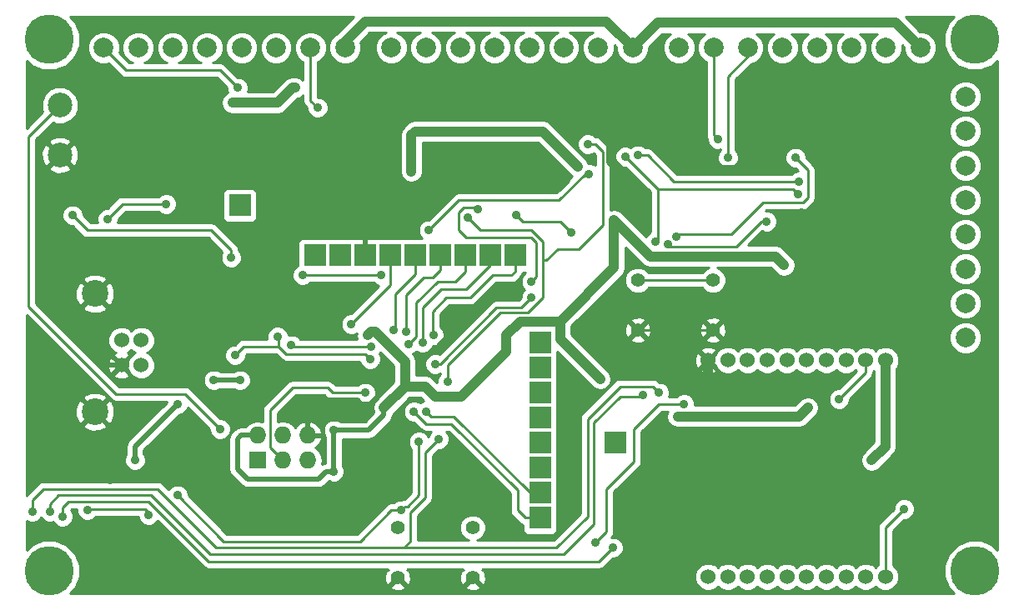
<source format=gbl>
%FSLAX46Y46*%
G04 Gerber Fmt 4.6, Leading zero omitted, Abs format (unit mm)*
G04 Created by KiCad (PCBNEW (2014-jul-16 BZR unknown)-product) date 2014-10-28T19:03:25 CET*
%MOMM*%
G01*
G04 APERTURE LIST*
%ADD10C,0.100000*%
%ADD11C,1.524000*%
%ADD12C,2.700020*%
%ADD13C,2.500000*%
%ADD14R,1.727200X1.727200*%
%ADD15O,1.727200X1.727200*%
%ADD16R,2.235200X2.235200*%
%ADD17C,1.397000*%
%ADD18C,2.000000*%
%ADD19C,5.000000*%
%ADD20C,0.889000*%
%ADD21C,1.000000*%
%ADD22C,0.254000*%
%ADD23C,0.500000*%
G04 APERTURE END LIST*
D10*
D11*
X62357000Y-86106000D03*
X62357000Y-83566000D03*
X60358020Y-83566000D03*
X60358020Y-86106000D03*
D12*
X57658000Y-90835480D03*
X57658000Y-78836520D03*
D13*
X54102000Y-64770000D03*
X54102000Y-59690000D03*
D14*
X74168000Y-95758000D03*
D15*
X74168000Y-93218000D03*
X76708000Y-95758000D03*
X76708000Y-93218000D03*
X79248000Y-95758000D03*
X79248000Y-93218000D03*
D16*
X102870000Y-91440000D03*
X102870000Y-88900000D03*
X102870000Y-86360000D03*
X102870000Y-83820000D03*
X102870000Y-101600000D03*
X102870000Y-99060000D03*
X102870000Y-96520000D03*
X102870000Y-93980000D03*
X87630000Y-74930000D03*
X90170000Y-74930000D03*
X92710000Y-74930000D03*
X95250000Y-74930000D03*
X97790000Y-74930000D03*
X100330000Y-74930000D03*
D17*
X88392000Y-107696000D03*
X88392000Y-102616000D03*
X96012000Y-107696000D03*
X96012000Y-102616000D03*
X120396000Y-77470000D03*
X120396000Y-82550000D03*
X112776000Y-77470000D03*
X112776000Y-82550000D03*
D11*
X137922000Y-85598000D03*
X135922000Y-85598000D03*
X133922000Y-85598000D03*
X131922000Y-85598000D03*
X129922000Y-85598000D03*
X127922000Y-85598000D03*
X125922000Y-85598000D03*
X123922000Y-85598000D03*
X121922000Y-85598000D03*
X119922000Y-85598000D03*
X119922000Y-107598000D03*
X121922000Y-107598000D03*
X123922000Y-107598000D03*
X125922000Y-107598000D03*
X127922000Y-107598000D03*
X129922000Y-107598000D03*
X131922000Y-107598000D03*
X133922000Y-107598000D03*
X135922000Y-107598000D03*
X137922000Y-107598000D03*
D18*
X146050000Y-83312000D03*
X146050000Y-79812000D03*
X146050000Y-76312000D03*
X146050000Y-72812000D03*
X146050000Y-69312000D03*
X146050000Y-65812000D03*
X146050000Y-62312000D03*
X146050000Y-58812000D03*
X112268000Y-53848000D03*
X108768000Y-53848000D03*
X105268000Y-53848000D03*
X101768000Y-53848000D03*
X98268000Y-53848000D03*
X94768000Y-53848000D03*
X91268000Y-53848000D03*
X87768000Y-53848000D03*
X83058000Y-53848000D03*
X79558000Y-53848000D03*
X76058000Y-53848000D03*
X72558000Y-53848000D03*
X69058000Y-53848000D03*
X65558000Y-53848000D03*
X62058000Y-53848000D03*
X58558000Y-53848000D03*
X141478000Y-53848000D03*
X137978000Y-53848000D03*
X134478000Y-53848000D03*
X130978000Y-53848000D03*
X127478000Y-53848000D03*
X123978000Y-53848000D03*
X120478000Y-53848000D03*
X116978000Y-53848000D03*
D19*
X147000000Y-53000000D03*
X53000000Y-53000000D03*
X53000000Y-107000000D03*
X147000000Y-107000000D03*
D16*
X72390000Y-69850000D03*
X82550000Y-74930000D03*
X80010000Y-74930000D03*
X110490000Y-93980000D03*
X85090000Y-74930000D03*
D20*
X71628000Y-59436000D03*
X77978000Y-57912000D03*
X64897000Y-69723000D03*
X58928000Y-71247000D03*
X86106000Y-59817000D03*
X86741000Y-71247000D03*
X105410000Y-67310000D03*
X94488000Y-68072000D03*
X113792000Y-60325000D03*
X112522000Y-69596000D03*
X68199000Y-61341000D03*
X66675000Y-81788000D03*
X66548000Y-84074000D03*
X59182000Y-97790000D03*
X59182000Y-95758000D03*
X87630000Y-93980000D03*
X89027000Y-99060000D03*
X84582000Y-96139000D03*
X78232000Y-89662000D03*
X86741000Y-86360000D03*
X129413000Y-70612000D03*
X131699000Y-70866000D03*
X64770000Y-78867000D03*
X92837000Y-84328000D03*
X99822000Y-79121000D03*
X67310000Y-77089000D03*
X136906000Y-65278000D03*
X135509000Y-93218000D03*
X110109000Y-65405000D03*
X97790000Y-103505000D03*
X97663000Y-99695000D03*
X81915000Y-96901000D03*
X81915000Y-92710000D03*
X86995000Y-90424000D03*
X90170000Y-62357000D03*
X89789000Y-66421000D03*
X85344000Y-83058000D03*
X71501000Y-75184000D03*
X55372000Y-70866000D03*
X130048000Y-90424000D03*
X116840000Y-91313000D03*
X108966000Y-87503000D03*
X110363000Y-71374000D03*
X127635000Y-75946000D03*
X106680000Y-65913000D03*
X136525000Y-95758000D03*
X78740000Y-76962000D03*
X86741000Y-76962000D03*
X70358000Y-92583000D03*
X85090000Y-88900000D03*
X80264000Y-59944000D03*
X72136000Y-57912000D03*
X121920000Y-65024000D03*
X120904000Y-63119000D03*
X90043000Y-90805000D03*
X91313000Y-90805000D03*
X83693000Y-81915000D03*
X88011000Y-82550000D03*
X89281000Y-82677000D03*
X89535000Y-83947000D03*
X90932000Y-83820000D03*
X92075000Y-83058000D03*
X76200000Y-83185000D03*
X85598000Y-85471000D03*
X71882000Y-85090000D03*
X85725000Y-84201000D03*
X77597000Y-84074000D03*
X129032000Y-68707000D03*
X111506000Y-64897000D03*
X101981000Y-77597000D03*
X96520000Y-70231000D03*
X114554000Y-73533000D03*
X139827000Y-100711000D03*
X92202000Y-85979000D03*
X125857000Y-71501000D03*
X115824000Y-73787000D03*
X101981000Y-79248000D03*
X129159000Y-67437000D03*
X112776000Y-64770000D03*
X93472000Y-87757000D03*
X95504000Y-71120000D03*
X107696000Y-63627000D03*
X116713000Y-73025000D03*
X106045000Y-72644000D03*
X100457000Y-70866000D03*
X128778000Y-65024000D03*
X91567000Y-72390000D03*
X107823000Y-66675000D03*
X90551000Y-93853000D03*
X108458000Y-104140000D03*
X88773000Y-100838000D03*
X56896000Y-100838000D03*
X63119000Y-101346000D03*
X66040000Y-99314000D03*
X117475000Y-90043000D03*
X133223000Y-89535000D03*
X51308000Y-100965000D03*
X114935000Y-88900000D03*
X92583000Y-93599000D03*
X53086000Y-100965000D03*
X113284000Y-89154000D03*
X54356000Y-101473000D03*
X110236000Y-104648000D03*
X61722000Y-95758000D03*
X66040000Y-90043000D03*
X72390000Y-87630000D03*
X69723000Y-87630000D03*
D21*
X71628000Y-59436000D02*
X76200000Y-59436000D01*
X76200000Y-59436000D02*
X77724000Y-57912000D01*
X77724000Y-57912000D02*
X77978000Y-57912000D01*
X85090000Y-51181000D02*
X109601000Y-51181000D01*
X109601000Y-51181000D02*
X112268000Y-53848000D01*
X83058000Y-53213000D02*
X85090000Y-51181000D01*
X83058000Y-53848000D02*
X83058000Y-53213000D01*
X138938000Y-51308000D02*
X141478000Y-53848000D01*
X114808000Y-51308000D02*
X138938000Y-51308000D01*
X112268000Y-53848000D02*
X114808000Y-51308000D01*
D22*
X60452000Y-69723000D02*
X64897000Y-69723000D01*
X58928000Y-71247000D02*
X60452000Y-69723000D01*
D23*
X86106000Y-70612000D02*
X86106000Y-59817000D01*
X86741000Y-71247000D02*
X86106000Y-70612000D01*
D22*
X68199000Y-61341000D02*
X66929000Y-62611000D01*
X66929000Y-62611000D02*
X56261000Y-62611000D01*
X56261000Y-62611000D02*
X54102000Y-64770000D01*
D23*
X58928000Y-86106000D02*
X57658000Y-84836000D01*
X57658000Y-84836000D02*
X57658000Y-82169000D01*
X60358020Y-86106000D02*
X58928000Y-86106000D01*
X66548000Y-81915000D02*
X66675000Y-81788000D01*
X66548000Y-84074000D02*
X66548000Y-81915000D01*
X58039000Y-81788000D02*
X57658000Y-82169000D01*
X66675000Y-81788000D02*
X58039000Y-81788000D01*
X59182000Y-97790000D02*
X59182000Y-95758000D01*
D22*
X87630000Y-93980000D02*
X89027000Y-95377000D01*
D23*
X84582000Y-96139000D02*
X86741000Y-93980000D01*
X86741000Y-93980000D02*
X87630000Y-93980000D01*
X89027000Y-95377000D02*
X87630000Y-93980000D01*
X89027000Y-99060000D02*
X89027000Y-95377000D01*
X78232000Y-89662000D02*
X79248000Y-90678000D01*
X79248000Y-90678000D02*
X79248000Y-93218000D01*
X84328000Y-89662000D02*
X84709000Y-90043000D01*
X84709000Y-90043000D02*
X85598000Y-90043000D01*
X85598000Y-90043000D02*
X86741000Y-88900000D01*
X86741000Y-88900000D02*
X86741000Y-86360000D01*
X78232000Y-89662000D02*
X84328000Y-89662000D01*
X129413000Y-70612000D02*
X129667000Y-70866000D01*
X129667000Y-70866000D02*
X131699000Y-70866000D01*
X66675000Y-80772000D02*
X64770000Y-78867000D01*
X66675000Y-81788000D02*
X66675000Y-80772000D01*
D21*
X97917000Y-79121000D02*
X99822000Y-79121000D01*
X92837000Y-84201000D02*
X97917000Y-79121000D01*
X92837000Y-84328000D02*
X92837000Y-84201000D01*
X67310000Y-77089000D02*
X67818000Y-77597000D01*
X67818000Y-77597000D02*
X73279000Y-77597000D01*
X73279000Y-77597000D02*
X79629000Y-71247000D01*
X79629000Y-71247000D02*
X86741000Y-71247000D01*
X87630000Y-71247000D02*
X90805000Y-68072000D01*
X90805000Y-68072000D02*
X94488000Y-68072000D01*
X86741000Y-71247000D02*
X87630000Y-71247000D01*
X104648000Y-68072000D02*
X105410000Y-67310000D01*
X94488000Y-68072000D02*
X104648000Y-68072000D01*
X110109000Y-62865000D02*
X112649000Y-60325000D01*
X112649000Y-60325000D02*
X113792000Y-60325000D01*
X110109000Y-65405000D02*
X110109000Y-62865000D01*
X112522000Y-67818000D02*
X110109000Y-65405000D01*
X112522000Y-69596000D02*
X112522000Y-67818000D01*
X114300000Y-60325000D02*
X120269000Y-66294000D01*
X120269000Y-66294000D02*
X124333000Y-66294000D01*
X124333000Y-66294000D02*
X127000000Y-63627000D01*
X127000000Y-63627000D02*
X135509000Y-63627000D01*
X135509000Y-63627000D02*
X136906000Y-65024000D01*
X136906000Y-65024000D02*
X136906000Y-65278000D01*
X113792000Y-60325000D02*
X114300000Y-60325000D01*
D22*
X112776000Y-82550000D02*
X120396000Y-82550000D01*
D21*
X119922000Y-87410000D02*
X120650000Y-88138000D01*
X120650000Y-88138000D02*
X130175000Y-88138000D01*
X130175000Y-88138000D02*
X131826000Y-89789000D01*
X131826000Y-89789000D02*
X131826000Y-91821000D01*
X131826000Y-91821000D02*
X133223000Y-93218000D01*
X133223000Y-93218000D02*
X135509000Y-93218000D01*
X119922000Y-85598000D02*
X119922000Y-87410000D01*
D22*
X97790000Y-103505000D02*
X97663000Y-103378000D01*
X97663000Y-103378000D02*
X97663000Y-99695000D01*
D23*
X81915000Y-92710000D02*
X81915000Y-96901000D01*
D22*
X89789000Y-62738000D02*
X90170000Y-62357000D01*
D23*
X85471000Y-92710000D02*
X81915000Y-92710000D01*
X86995000Y-91186000D02*
X85471000Y-92710000D01*
X86995000Y-90424000D02*
X86995000Y-91186000D01*
D22*
X56896000Y-72390000D02*
X65786000Y-72390000D01*
X55372000Y-70866000D02*
X56896000Y-72390000D01*
X69469000Y-72390000D02*
X71501000Y-74422000D01*
X71501000Y-74422000D02*
X71501000Y-75184000D01*
X65786000Y-72390000D02*
X69469000Y-72390000D01*
D21*
X85725000Y-82677000D02*
X86106000Y-82677000D01*
X86106000Y-82677000D02*
X89154000Y-85725000D01*
X89154000Y-85725000D02*
X89154000Y-88265000D01*
X89154000Y-88265000D02*
X86995000Y-90424000D01*
X85344000Y-83058000D02*
X85725000Y-82677000D01*
X91186000Y-88265000D02*
X92202000Y-89281000D01*
X92202000Y-89281000D02*
X94869000Y-89281000D01*
X94869000Y-89281000D02*
X99441000Y-84709000D01*
X99441000Y-84709000D02*
X99441000Y-83058000D01*
X99441000Y-83058000D02*
X100838000Y-81661000D01*
X100838000Y-81661000D02*
X104902000Y-81661000D01*
X104902000Y-81661000D02*
X110363000Y-76200000D01*
X110363000Y-76200000D02*
X110363000Y-71374000D01*
X89154000Y-88265000D02*
X91186000Y-88265000D01*
X130048000Y-90424000D02*
X129159000Y-91313000D01*
X129159000Y-91313000D02*
X116840000Y-91313000D01*
X108966000Y-87503000D02*
X104902000Y-83439000D01*
X104902000Y-83439000D02*
X104902000Y-81661000D01*
X110363000Y-71374000D02*
X114046000Y-75057000D01*
X114046000Y-75057000D02*
X126746000Y-75057000D01*
X126746000Y-75057000D02*
X127635000Y-75946000D01*
X89789000Y-62738000D02*
X90170000Y-62357000D01*
X89789000Y-66421000D02*
X89789000Y-62738000D01*
X103124000Y-62357000D02*
X106680000Y-65913000D01*
X90170000Y-62357000D02*
X103124000Y-62357000D01*
D23*
X81153000Y-96901000D02*
X80391000Y-97663000D01*
X80391000Y-97663000D02*
X73152000Y-97663000D01*
X73152000Y-97663000D02*
X72136000Y-96647000D01*
X72136000Y-96647000D02*
X72136000Y-93599000D01*
X72136000Y-93599000D02*
X72517000Y-93218000D01*
X72517000Y-93218000D02*
X74168000Y-93218000D01*
X81915000Y-96901000D02*
X81153000Y-96901000D01*
D21*
X136525000Y-95758000D02*
X137922000Y-94361000D01*
X137922000Y-94361000D02*
X137922000Y-85598000D01*
D22*
X86741000Y-76962000D02*
X78740000Y-76962000D01*
X70358000Y-92583000D02*
X66802000Y-89027000D01*
X66802000Y-89027000D02*
X59817000Y-89027000D01*
X59817000Y-89027000D02*
X50927000Y-80137000D01*
X50927000Y-80137000D02*
X50927000Y-62865000D01*
X50927000Y-62865000D02*
X54102000Y-59690000D01*
X81788000Y-88900000D02*
X81280000Y-88392000D01*
X81280000Y-88392000D02*
X77724000Y-88392000D01*
X77724000Y-88392000D02*
X75438000Y-90678000D01*
X75438000Y-90678000D02*
X75438000Y-94488000D01*
X75438000Y-94488000D02*
X76708000Y-95758000D01*
X85090000Y-88900000D02*
X81788000Y-88900000D01*
X80264000Y-59944000D02*
X79558000Y-59238000D01*
X79558000Y-59238000D02*
X79558000Y-53848000D01*
X60844000Y-56134000D02*
X58558000Y-53848000D01*
X70358000Y-56134000D02*
X60844000Y-56134000D01*
X72136000Y-57912000D02*
X70358000Y-56134000D01*
X123978000Y-54711000D02*
X123978000Y-53848000D01*
X121920000Y-56769000D02*
X121920000Y-65024000D01*
X123978000Y-54711000D02*
X121920000Y-56769000D01*
X120904000Y-63119000D02*
X120478000Y-62693000D01*
X120478000Y-62693000D02*
X120478000Y-53848000D01*
X90043000Y-90805000D02*
X91313000Y-92075000D01*
X91313000Y-92075000D02*
X93853000Y-92075000D01*
X93853000Y-92075000D02*
X100584000Y-98806000D01*
X100584000Y-98806000D02*
X100584000Y-100838000D01*
X100584000Y-100838000D02*
X101346000Y-101600000D01*
X101346000Y-101600000D02*
X102870000Y-101600000D01*
X101854000Y-99060000D02*
X102870000Y-99060000D01*
X91313000Y-90805000D02*
X91821000Y-91313000D01*
X91821000Y-91313000D02*
X94107000Y-91313000D01*
X94107000Y-91313000D02*
X101854000Y-99060000D01*
X83693000Y-81915000D02*
X87630000Y-77978000D01*
X87630000Y-77978000D02*
X87630000Y-74930000D01*
X88011000Y-82550000D02*
X88138000Y-82423000D01*
X88138000Y-82423000D02*
X88138000Y-78867000D01*
X88138000Y-78867000D02*
X90170000Y-76835000D01*
X90170000Y-76835000D02*
X90170000Y-74930000D01*
X89281000Y-82677000D02*
X89281000Y-78994000D01*
X89281000Y-78994000D02*
X91059000Y-77216000D01*
X91059000Y-77216000D02*
X91948000Y-77216000D01*
X91948000Y-77216000D02*
X92710000Y-76454000D01*
X92710000Y-76454000D02*
X92710000Y-74930000D01*
X89535000Y-83947000D02*
X90297000Y-83185000D01*
X90297000Y-83185000D02*
X90297000Y-79756000D01*
X90297000Y-79756000D02*
X92456000Y-77597000D01*
X92456000Y-77597000D02*
X94234000Y-77597000D01*
X94234000Y-77597000D02*
X95250000Y-76581000D01*
X95250000Y-76581000D02*
X95250000Y-74930000D01*
X97790000Y-75946000D02*
X97790000Y-74930000D01*
X90932000Y-83820000D02*
X90932000Y-80264000D01*
X90932000Y-80264000D02*
X92837000Y-78359000D01*
X92837000Y-78359000D02*
X95377000Y-78359000D01*
X95377000Y-78359000D02*
X97790000Y-75946000D01*
X92075000Y-83058000D02*
X91948000Y-82931000D01*
X91948000Y-82931000D02*
X91948000Y-80645000D01*
X91948000Y-80645000D02*
X93345000Y-79248000D01*
X93345000Y-79248000D02*
X95758000Y-79248000D01*
X95758000Y-79248000D02*
X98044000Y-76962000D01*
X98044000Y-76962000D02*
X99949000Y-76962000D01*
X99949000Y-76962000D02*
X100330000Y-76581000D01*
X100330000Y-76581000D02*
X100330000Y-74930000D01*
X76200000Y-83185000D02*
X76327000Y-83312000D01*
X76327000Y-83312000D02*
X76327000Y-84201000D01*
X76327000Y-84201000D02*
X77089000Y-84963000D01*
X77089000Y-84963000D02*
X85090000Y-84963000D01*
X85090000Y-84963000D02*
X85598000Y-85471000D01*
X71882000Y-85090000D02*
X72771000Y-84201000D01*
X72771000Y-84201000D02*
X76327000Y-84201000D01*
X77597000Y-84074000D02*
X77724000Y-84201000D01*
X77724000Y-84201000D02*
X85725000Y-84201000D01*
X128524000Y-68199000D02*
X129032000Y-68707000D01*
X114808000Y-68199000D02*
X128524000Y-68199000D01*
X111506000Y-64897000D02*
X114808000Y-68199000D01*
X101981000Y-77597000D02*
X102489000Y-77089000D01*
X102489000Y-77089000D02*
X102489000Y-73660000D01*
X102489000Y-73660000D02*
X101981000Y-73152000D01*
X101981000Y-73152000D02*
X95377000Y-73152000D01*
X95377000Y-73152000D02*
X94615000Y-72390000D01*
X94615000Y-72390000D02*
X94615000Y-70612000D01*
X94615000Y-70612000D02*
X95123000Y-70104000D01*
X95123000Y-70104000D02*
X96393000Y-70104000D01*
X96393000Y-70104000D02*
X96520000Y-70231000D01*
X114554000Y-73533000D02*
X114808000Y-73279000D01*
X114808000Y-73279000D02*
X114808000Y-68199000D01*
X139827000Y-100711000D02*
X137922000Y-102616000D01*
X137922000Y-102616000D02*
X137922000Y-107598000D01*
X112776000Y-77470000D02*
X120396000Y-77470000D01*
X125349000Y-71501000D02*
X125857000Y-71501000D01*
X122809000Y-74041000D02*
X125349000Y-71501000D01*
X116078000Y-74041000D02*
X122809000Y-74041000D01*
X115824000Y-73787000D02*
X116078000Y-74041000D01*
X92710000Y-85979000D02*
X98425000Y-80264000D01*
X98425000Y-80264000D02*
X100965000Y-80264000D01*
X100965000Y-80264000D02*
X101981000Y-79248000D01*
X92202000Y-85979000D02*
X92710000Y-85979000D01*
X103124000Y-75438000D02*
X103124000Y-73533000D01*
X103124000Y-73533000D02*
X101981000Y-72390000D01*
X101981000Y-72390000D02*
X96774000Y-72390000D01*
X96774000Y-72390000D02*
X95504000Y-71120000D01*
X103505000Y-75438000D02*
X104648000Y-74295000D01*
X104648000Y-74295000D02*
X106807000Y-74295000D01*
X106807000Y-74295000D02*
X109220000Y-71882000D01*
X109220000Y-71882000D02*
X109220000Y-64392998D01*
X109220000Y-64392998D02*
X108454002Y-63627000D01*
X108454002Y-63627000D02*
X107696000Y-63627000D01*
X103124000Y-75438000D02*
X103505000Y-75438000D01*
X116459000Y-67437000D02*
X113792000Y-64770000D01*
X113792000Y-64770000D02*
X112776000Y-64770000D01*
X129159000Y-67437000D02*
X116459000Y-67437000D01*
X93472000Y-86106000D02*
X98806000Y-80772000D01*
X93472000Y-87757000D02*
X93472000Y-86106000D01*
X101600000Y-80772000D02*
X103124000Y-79248000D01*
X103124000Y-79248000D02*
X103124000Y-75438000D01*
X98806000Y-80772000D02*
X101600000Y-80772000D01*
X116967000Y-72771000D02*
X116713000Y-73025000D01*
X106045000Y-72644000D02*
X104902000Y-71501000D01*
X104902000Y-71501000D02*
X101092000Y-71501000D01*
X101092000Y-71501000D02*
X100457000Y-70866000D01*
X122301000Y-72771000D02*
X117094000Y-72771000D01*
X125476000Y-69596000D02*
X122301000Y-72771000D01*
X129540000Y-69596000D02*
X125476000Y-69596000D01*
X130048000Y-69088000D02*
X129540000Y-69596000D01*
X130048000Y-66294000D02*
X130048000Y-69088000D01*
X128778000Y-65024000D02*
X130048000Y-66294000D01*
X117094000Y-72771000D02*
X116967000Y-72771000D01*
X107442000Y-66675000D02*
X107823000Y-66675000D01*
X104775000Y-69342000D02*
X107442000Y-66675000D01*
X94615000Y-69342000D02*
X104775000Y-69342000D01*
X91567000Y-72390000D02*
X94615000Y-69342000D01*
X109601000Y-98679000D02*
X109601000Y-102616000D01*
X112395000Y-95885000D02*
X109601000Y-98679000D01*
X112395000Y-92964000D02*
X112395000Y-95885000D01*
X109601000Y-102616000D02*
X109601000Y-102743000D01*
X90551000Y-93853000D02*
X90551000Y-99314000D01*
X90551000Y-99314000D02*
X89408000Y-100457000D01*
X109601000Y-102997000D02*
X108458000Y-104140000D01*
X109601000Y-102743000D02*
X109601000Y-102997000D01*
X89154000Y-100457000D02*
X88773000Y-100838000D01*
X89408000Y-100457000D02*
X89154000Y-100457000D01*
X56896000Y-100838000D02*
X57023000Y-100711000D01*
X57023000Y-100711000D02*
X62738000Y-100711000D01*
X62738000Y-100711000D02*
X63119000Y-101092000D01*
X63119000Y-101092000D02*
X63119000Y-101346000D01*
X66040000Y-99314000D02*
X70739000Y-104013000D01*
X70739000Y-104013000D02*
X84582000Y-104013000D01*
X84582000Y-104013000D02*
X87757000Y-100838000D01*
X87757000Y-100838000D02*
X88773000Y-100838000D01*
X135922000Y-85598000D02*
X135890000Y-85598000D01*
X112395000Y-92583000D02*
X114935000Y-90043000D01*
X114935000Y-90043000D02*
X117475000Y-90043000D01*
X133223000Y-89535000D02*
X135922000Y-86836000D01*
X135922000Y-86836000D02*
X135922000Y-85598000D01*
X112395000Y-92964000D02*
X112395000Y-92583000D01*
X65151000Y-99822000D02*
X66548000Y-101219000D01*
X66548000Y-101219000D02*
X69977000Y-104648000D01*
X69977000Y-104648000D02*
X89027000Y-104648000D01*
X107696000Y-91567000D02*
X110998000Y-88265000D01*
X107696000Y-101473000D02*
X107696000Y-91567000D01*
X89027000Y-104648000D02*
X104521000Y-104648000D01*
X104521000Y-104648000D02*
X107696000Y-101473000D01*
X51308000Y-99822000D02*
X52451000Y-98679000D01*
X52451000Y-98679000D02*
X64008000Y-98679000D01*
X64008000Y-98679000D02*
X65151000Y-99822000D01*
X51308000Y-100965000D02*
X51308000Y-99822000D01*
X92583000Y-93599000D02*
X91186000Y-94996000D01*
X91186000Y-94996000D02*
X91186000Y-99568000D01*
X91186000Y-99568000D02*
X89662000Y-101092000D01*
X89662000Y-104013000D02*
X89027000Y-104648000D01*
X89662000Y-101092000D02*
X89662000Y-104013000D01*
X114300000Y-88265000D02*
X114935000Y-88900000D01*
X110998000Y-88265000D02*
X114300000Y-88265000D01*
X64579500Y-100520500D02*
X69342000Y-105283000D01*
X69342000Y-105283000D02*
X105283000Y-105283000D01*
X108331000Y-102235000D02*
X108331000Y-99060000D01*
X108331000Y-99060000D02*
X108331000Y-93599000D01*
X108331000Y-93599000D02*
X108331000Y-91948000D01*
X108331000Y-91948000D02*
X110998000Y-89281000D01*
X110998000Y-89281000D02*
X113157000Y-89281000D01*
X113157000Y-89281000D02*
X113284000Y-89154000D01*
X105283000Y-105283000D02*
X108331000Y-102235000D01*
X53086000Y-100203000D02*
X53975000Y-99314000D01*
X53975000Y-99314000D02*
X63373000Y-99314000D01*
X63373000Y-99314000D02*
X64579500Y-100520500D01*
X53086000Y-100965000D02*
X53086000Y-100203000D01*
X69215000Y-106045000D02*
X108839000Y-106045000D01*
X64389000Y-101219000D02*
X69215000Y-106045000D01*
X108839000Y-106045000D02*
X110236000Y-104648000D01*
X110236000Y-104648000D02*
X110236000Y-104648000D01*
X54356000Y-100584000D02*
X54991000Y-99949000D01*
X54991000Y-99949000D02*
X63119000Y-99949000D01*
X63119000Y-99949000D02*
X64389000Y-101219000D01*
X54356000Y-101473000D02*
X54356000Y-100584000D01*
D23*
X61722000Y-94361000D02*
X61722000Y-95758000D01*
X66040000Y-90043000D02*
X61722000Y-94361000D01*
X72390000Y-87630000D02*
X69596000Y-87630000D01*
X69596000Y-87630000D02*
X69723000Y-87630000D01*
D22*
G36*
X101369019Y-76682600D02*
X101066378Y-76984714D01*
X100901687Y-77381332D01*
X100901313Y-77810784D01*
X101065311Y-78207689D01*
X101279855Y-78422608D01*
X101066378Y-78635714D01*
X100901687Y-79032332D01*
X100901497Y-79249872D01*
X100649370Y-79502000D01*
X98425000Y-79502000D01*
X98133396Y-79560003D01*
X97886185Y-79725184D01*
X92625417Y-84985952D01*
X92417668Y-84899687D01*
X91988216Y-84899313D01*
X91591311Y-85063311D01*
X91287378Y-85366714D01*
X91122687Y-85763332D01*
X91122313Y-86192784D01*
X91286311Y-86589689D01*
X91589714Y-86893622D01*
X91986332Y-87058313D01*
X92415784Y-87058687D01*
X92710000Y-86937119D01*
X92710000Y-86992358D01*
X92557378Y-87144714D01*
X92392687Y-87541332D01*
X92392404Y-87866272D01*
X91988566Y-87462434D01*
X91620346Y-87216397D01*
X91186000Y-87130000D01*
X90289000Y-87130000D01*
X90289000Y-85725000D01*
X90202603Y-85290655D01*
X90202603Y-85290654D01*
X89966200Y-84936852D01*
X90145689Y-84862689D01*
X90296886Y-84711754D01*
X90319714Y-84734622D01*
X90716332Y-84899313D01*
X91145784Y-84899687D01*
X91542689Y-84735689D01*
X91846622Y-84432286D01*
X91969066Y-84137408D01*
X92288784Y-84137687D01*
X92685689Y-83973689D01*
X92989622Y-83670286D01*
X93154313Y-83273668D01*
X93154687Y-82844216D01*
X92990689Y-82447311D01*
X92710000Y-82166131D01*
X92710000Y-80960630D01*
X93660630Y-80010000D01*
X95758000Y-80010000D01*
X95758000Y-80009999D01*
X96049604Y-79951996D01*
X96049605Y-79951996D01*
X96296815Y-79786815D01*
X98359630Y-77724000D01*
X99949000Y-77724000D01*
X99949000Y-77723999D01*
X100240604Y-77665996D01*
X100240605Y-77665996D01*
X100487815Y-77500815D01*
X100868815Y-77119816D01*
X100868815Y-77119815D01*
X101033996Y-76872605D01*
X101071790Y-76682600D01*
X101369019Y-76682600D01*
X101369019Y-76682600D01*
G37*
X101369019Y-76682600D02*
X101066378Y-76984714D01*
X100901687Y-77381332D01*
X100901313Y-77810784D01*
X101065311Y-78207689D01*
X101279855Y-78422608D01*
X101066378Y-78635714D01*
X100901687Y-79032332D01*
X100901497Y-79249872D01*
X100649370Y-79502000D01*
X98425000Y-79502000D01*
X98133396Y-79560003D01*
X97886185Y-79725184D01*
X92625417Y-84985952D01*
X92417668Y-84899687D01*
X91988216Y-84899313D01*
X91591311Y-85063311D01*
X91287378Y-85366714D01*
X91122687Y-85763332D01*
X91122313Y-86192784D01*
X91286311Y-86589689D01*
X91589714Y-86893622D01*
X91986332Y-87058313D01*
X92415784Y-87058687D01*
X92710000Y-86937119D01*
X92710000Y-86992358D01*
X92557378Y-87144714D01*
X92392687Y-87541332D01*
X92392404Y-87866272D01*
X91988566Y-87462434D01*
X91620346Y-87216397D01*
X91186000Y-87130000D01*
X90289000Y-87130000D01*
X90289000Y-85725000D01*
X90202603Y-85290655D01*
X90202603Y-85290654D01*
X89966200Y-84936852D01*
X90145689Y-84862689D01*
X90296886Y-84711754D01*
X90319714Y-84734622D01*
X90716332Y-84899313D01*
X91145784Y-84899687D01*
X91542689Y-84735689D01*
X91846622Y-84432286D01*
X91969066Y-84137408D01*
X92288784Y-84137687D01*
X92685689Y-83973689D01*
X92989622Y-83670286D01*
X93154313Y-83273668D01*
X93154687Y-82844216D01*
X92990689Y-82447311D01*
X92710000Y-82166131D01*
X92710000Y-80960630D01*
X93660630Y-80010000D01*
X95758000Y-80010000D01*
X95758000Y-80009999D01*
X96049604Y-79951996D01*
X96049605Y-79951996D01*
X96296815Y-79786815D01*
X98359630Y-77724000D01*
X99949000Y-77724000D01*
X99949000Y-77723999D01*
X100240604Y-77665996D01*
X100240605Y-77665996D01*
X100487815Y-77500815D01*
X100868815Y-77119816D01*
X100868815Y-77119815D01*
X101033996Y-76872605D01*
X101071790Y-76682600D01*
X101369019Y-76682600D01*
G36*
X149290000Y-104856567D02*
X148778153Y-104343826D01*
X147685284Y-103890027D01*
X147685284Y-82988205D01*
X147685284Y-79488205D01*
X147685284Y-75988205D01*
X147685284Y-72488205D01*
X147685284Y-68988205D01*
X147685284Y-65488205D01*
X147685284Y-61988205D01*
X147685284Y-58488205D01*
X147436894Y-57887057D01*
X146977363Y-57426722D01*
X146376648Y-57177284D01*
X145726205Y-57176716D01*
X145125057Y-57425106D01*
X144664722Y-57884637D01*
X144415284Y-58485352D01*
X144414716Y-59135795D01*
X144663106Y-59736943D01*
X145122637Y-60197278D01*
X145723352Y-60446716D01*
X146373795Y-60447284D01*
X146974943Y-60198894D01*
X147435278Y-59739363D01*
X147684716Y-59138648D01*
X147685284Y-58488205D01*
X147685284Y-61988205D01*
X147436894Y-61387057D01*
X146977363Y-60926722D01*
X146376648Y-60677284D01*
X145726205Y-60676716D01*
X145125057Y-60925106D01*
X144664722Y-61384637D01*
X144415284Y-61985352D01*
X144414716Y-62635795D01*
X144663106Y-63236943D01*
X145122637Y-63697278D01*
X145723352Y-63946716D01*
X146373795Y-63947284D01*
X146974943Y-63698894D01*
X147435278Y-63239363D01*
X147684716Y-62638648D01*
X147685284Y-61988205D01*
X147685284Y-65488205D01*
X147436894Y-64887057D01*
X146977363Y-64426722D01*
X146376648Y-64177284D01*
X145726205Y-64176716D01*
X145125057Y-64425106D01*
X144664722Y-64884637D01*
X144415284Y-65485352D01*
X144414716Y-66135795D01*
X144663106Y-66736943D01*
X145122637Y-67197278D01*
X145723352Y-67446716D01*
X146373795Y-67447284D01*
X146974943Y-67198894D01*
X147435278Y-66739363D01*
X147684716Y-66138648D01*
X147685284Y-65488205D01*
X147685284Y-68988205D01*
X147436894Y-68387057D01*
X146977363Y-67926722D01*
X146376648Y-67677284D01*
X145726205Y-67676716D01*
X145125057Y-67925106D01*
X144664722Y-68384637D01*
X144415284Y-68985352D01*
X144414716Y-69635795D01*
X144663106Y-70236943D01*
X145122637Y-70697278D01*
X145723352Y-70946716D01*
X146373795Y-70947284D01*
X146974943Y-70698894D01*
X147435278Y-70239363D01*
X147684716Y-69638648D01*
X147685284Y-68988205D01*
X147685284Y-72488205D01*
X147436894Y-71887057D01*
X146977363Y-71426722D01*
X146376648Y-71177284D01*
X145726205Y-71176716D01*
X145125057Y-71425106D01*
X144664722Y-71884637D01*
X144415284Y-72485352D01*
X144414716Y-73135795D01*
X144663106Y-73736943D01*
X145122637Y-74197278D01*
X145723352Y-74446716D01*
X146373795Y-74447284D01*
X146974943Y-74198894D01*
X147435278Y-73739363D01*
X147684716Y-73138648D01*
X147685284Y-72488205D01*
X147685284Y-75988205D01*
X147436894Y-75387057D01*
X146977363Y-74926722D01*
X146376648Y-74677284D01*
X145726205Y-74676716D01*
X145125057Y-74925106D01*
X144664722Y-75384637D01*
X144415284Y-75985352D01*
X144414716Y-76635795D01*
X144663106Y-77236943D01*
X145122637Y-77697278D01*
X145723352Y-77946716D01*
X146373795Y-77947284D01*
X146974943Y-77698894D01*
X147435278Y-77239363D01*
X147684716Y-76638648D01*
X147685284Y-75988205D01*
X147685284Y-79488205D01*
X147436894Y-78887057D01*
X146977363Y-78426722D01*
X146376648Y-78177284D01*
X145726205Y-78176716D01*
X145125057Y-78425106D01*
X144664722Y-78884637D01*
X144415284Y-79485352D01*
X144414716Y-80135795D01*
X144663106Y-80736943D01*
X145122637Y-81197278D01*
X145723352Y-81446716D01*
X146373795Y-81447284D01*
X146974943Y-81198894D01*
X147435278Y-80739363D01*
X147684716Y-80138648D01*
X147685284Y-79488205D01*
X147685284Y-82988205D01*
X147436894Y-82387057D01*
X146977363Y-81926722D01*
X146376648Y-81677284D01*
X145726205Y-81676716D01*
X145125057Y-81925106D01*
X144664722Y-82384637D01*
X144415284Y-82985352D01*
X144414716Y-83635795D01*
X144663106Y-84236943D01*
X145122637Y-84697278D01*
X145723352Y-84946716D01*
X146373795Y-84947284D01*
X146974943Y-84698894D01*
X147435278Y-84239363D01*
X147684716Y-83638648D01*
X147685284Y-82988205D01*
X147685284Y-103890027D01*
X147626326Y-103865546D01*
X146379146Y-103864457D01*
X145226485Y-104340727D01*
X144343826Y-105221847D01*
X143865546Y-106373674D01*
X143864457Y-107620854D01*
X144340727Y-108773515D01*
X144856311Y-109290000D01*
X140906687Y-109290000D01*
X140906687Y-100497216D01*
X140742689Y-100100311D01*
X140439286Y-99796378D01*
X140042668Y-99631687D01*
X139613216Y-99631313D01*
X139319242Y-99752780D01*
X139319242Y-85321339D01*
X139107010Y-84807697D01*
X138714370Y-84414371D01*
X138201100Y-84201243D01*
X137645339Y-84200758D01*
X137131697Y-84412990D01*
X136921978Y-84622342D01*
X136714370Y-84414371D01*
X136201100Y-84201243D01*
X135645339Y-84200758D01*
X135131697Y-84412990D01*
X134921978Y-84622342D01*
X134714370Y-84414371D01*
X134201100Y-84201243D01*
X133645339Y-84200758D01*
X133131697Y-84412990D01*
X132921978Y-84622342D01*
X132714370Y-84414371D01*
X132201100Y-84201243D01*
X131645339Y-84200758D01*
X131131697Y-84412990D01*
X130921978Y-84622342D01*
X130714370Y-84414371D01*
X130201100Y-84201243D01*
X129645339Y-84200758D01*
X129131697Y-84412990D01*
X128921978Y-84622342D01*
X128714370Y-84414371D01*
X128201100Y-84201243D01*
X127645339Y-84200758D01*
X127131697Y-84412990D01*
X126921978Y-84622342D01*
X126714370Y-84414371D01*
X126201100Y-84201243D01*
X125645339Y-84200758D01*
X125131697Y-84412990D01*
X124921978Y-84622342D01*
X124714370Y-84414371D01*
X124201100Y-84201243D01*
X123645339Y-84200758D01*
X123131697Y-84412990D01*
X122921978Y-84622342D01*
X122714370Y-84414371D01*
X122201100Y-84201243D01*
X121741927Y-84200842D01*
X121741927Y-82742520D01*
X121713148Y-82212801D01*
X121565800Y-81857071D01*
X121330188Y-81795417D01*
X121150583Y-81975022D01*
X121150583Y-81615812D01*
X121088929Y-81380200D01*
X120588520Y-81204073D01*
X120058801Y-81232852D01*
X119703071Y-81380200D01*
X119641417Y-81615812D01*
X120396000Y-82370395D01*
X121150583Y-81615812D01*
X121150583Y-81975022D01*
X120575605Y-82550000D01*
X121330188Y-83304583D01*
X121565800Y-83242929D01*
X121741927Y-82742520D01*
X121741927Y-84200842D01*
X121645339Y-84200758D01*
X121150583Y-84405186D01*
X121150583Y-83484188D01*
X120396000Y-82729605D01*
X120216395Y-82909210D01*
X120216395Y-82550000D01*
X119461812Y-81795417D01*
X119226200Y-81857071D01*
X119050073Y-82357480D01*
X119078852Y-82887199D01*
X119226200Y-83242929D01*
X119461812Y-83304583D01*
X120216395Y-82550000D01*
X120216395Y-82909210D01*
X119641417Y-83484188D01*
X119703071Y-83719800D01*
X120203480Y-83895927D01*
X120733199Y-83867148D01*
X121088929Y-83719800D01*
X121150583Y-83484188D01*
X121150583Y-84405186D01*
X121131697Y-84412990D01*
X120738371Y-84805630D01*
X120722608Y-84843591D01*
X120722608Y-84617787D01*
X120653143Y-84375603D01*
X120129698Y-84188856D01*
X119574632Y-84216638D01*
X119190857Y-84375603D01*
X119121392Y-84617787D01*
X119922000Y-85418395D01*
X120722608Y-84617787D01*
X120722608Y-84843591D01*
X120627878Y-85071726D01*
X120101605Y-85598000D01*
X120627907Y-86124302D01*
X120736990Y-86388303D01*
X121129630Y-86781629D01*
X121642900Y-86994757D01*
X122198661Y-86995242D01*
X122712303Y-86783010D01*
X122922021Y-86573657D01*
X123129630Y-86781629D01*
X123642900Y-86994757D01*
X124198661Y-86995242D01*
X124712303Y-86783010D01*
X124922021Y-86573657D01*
X125129630Y-86781629D01*
X125642900Y-86994757D01*
X126198661Y-86995242D01*
X126712303Y-86783010D01*
X126922021Y-86573657D01*
X127129630Y-86781629D01*
X127642900Y-86994757D01*
X128198661Y-86995242D01*
X128712303Y-86783010D01*
X128922021Y-86573657D01*
X129129630Y-86781629D01*
X129642900Y-86994757D01*
X130198661Y-86995242D01*
X130712303Y-86783010D01*
X130922021Y-86573657D01*
X131129630Y-86781629D01*
X131642900Y-86994757D01*
X132198661Y-86995242D01*
X132712303Y-86783010D01*
X132922021Y-86573657D01*
X133129630Y-86781629D01*
X133642900Y-86994757D01*
X134198661Y-86995242D01*
X134712303Y-86783010D01*
X134922021Y-86573657D01*
X135014285Y-86666083D01*
X133224868Y-88455500D01*
X133009216Y-88455313D01*
X132612311Y-88619311D01*
X132308378Y-88922714D01*
X132143687Y-89319332D01*
X132143313Y-89748784D01*
X132307311Y-90145689D01*
X132610714Y-90449622D01*
X133007332Y-90614313D01*
X133436784Y-90614687D01*
X133833689Y-90450689D01*
X134137622Y-90147286D01*
X134302313Y-89750668D01*
X134302502Y-89533127D01*
X136460815Y-87374816D01*
X136460815Y-87374815D01*
X136625996Y-87127605D01*
X136683999Y-86836000D01*
X136684000Y-86836000D01*
X136684000Y-86794704D01*
X136712303Y-86783010D01*
X136787000Y-86708443D01*
X136787000Y-93890868D01*
X135722434Y-94955434D01*
X135476397Y-95323655D01*
X135390000Y-95758000D01*
X135476397Y-96192345D01*
X135722434Y-96560566D01*
X136090655Y-96806603D01*
X136525000Y-96893000D01*
X136959345Y-96806603D01*
X137327566Y-96560566D01*
X138724566Y-95163566D01*
X138970603Y-94795346D01*
X139056999Y-94361000D01*
X139057000Y-94361000D01*
X139057000Y-86438914D01*
X139105629Y-86390370D01*
X139318757Y-85877100D01*
X139319242Y-85321339D01*
X139319242Y-99752780D01*
X139216311Y-99795311D01*
X138912378Y-100098714D01*
X138747687Y-100495332D01*
X138747497Y-100712872D01*
X137383185Y-102077185D01*
X137218004Y-102324395D01*
X137160000Y-102616000D01*
X137160000Y-106401295D01*
X137131697Y-106412990D01*
X136921978Y-106622342D01*
X136714370Y-106414371D01*
X136201100Y-106201243D01*
X135645339Y-106200758D01*
X135131697Y-106412990D01*
X134921978Y-106622342D01*
X134714370Y-106414371D01*
X134201100Y-106201243D01*
X133645339Y-106200758D01*
X133131697Y-106412990D01*
X132921978Y-106622342D01*
X132714370Y-106414371D01*
X132201100Y-106201243D01*
X131645339Y-106200758D01*
X131131697Y-106412990D01*
X130921978Y-106622342D01*
X130714370Y-106414371D01*
X130201100Y-106201243D01*
X129645339Y-106200758D01*
X129131697Y-106412990D01*
X128921978Y-106622342D01*
X128714370Y-106414371D01*
X128201100Y-106201243D01*
X127645339Y-106200758D01*
X127131697Y-106412990D01*
X126921978Y-106622342D01*
X126714370Y-106414371D01*
X126201100Y-106201243D01*
X125645339Y-106200758D01*
X125131697Y-106412990D01*
X124921978Y-106622342D01*
X124714370Y-106414371D01*
X124201100Y-106201243D01*
X123645339Y-106200758D01*
X123131697Y-106412990D01*
X122921978Y-106622342D01*
X122714370Y-106414371D01*
X122201100Y-106201243D01*
X121645339Y-106200758D01*
X121131697Y-106412990D01*
X120921978Y-106622342D01*
X120714370Y-106414371D01*
X120201100Y-106201243D01*
X119645339Y-106200758D01*
X119131697Y-106412990D01*
X118738371Y-106805630D01*
X118525243Y-107318900D01*
X118524758Y-107874661D01*
X118736990Y-108388303D01*
X119129630Y-108781629D01*
X119642900Y-108994757D01*
X120198661Y-108995242D01*
X120712303Y-108783010D01*
X120922021Y-108573657D01*
X121129630Y-108781629D01*
X121642900Y-108994757D01*
X122198661Y-108995242D01*
X122712303Y-108783010D01*
X122922021Y-108573657D01*
X123129630Y-108781629D01*
X123642900Y-108994757D01*
X124198661Y-108995242D01*
X124712303Y-108783010D01*
X124922021Y-108573657D01*
X125129630Y-108781629D01*
X125642900Y-108994757D01*
X126198661Y-108995242D01*
X126712303Y-108783010D01*
X126922021Y-108573657D01*
X127129630Y-108781629D01*
X127642900Y-108994757D01*
X128198661Y-108995242D01*
X128712303Y-108783010D01*
X128922021Y-108573657D01*
X129129630Y-108781629D01*
X129642900Y-108994757D01*
X130198661Y-108995242D01*
X130712303Y-108783010D01*
X130922021Y-108573657D01*
X131129630Y-108781629D01*
X131642900Y-108994757D01*
X132198661Y-108995242D01*
X132712303Y-108783010D01*
X132922021Y-108573657D01*
X133129630Y-108781629D01*
X133642900Y-108994757D01*
X134198661Y-108995242D01*
X134712303Y-108783010D01*
X134922021Y-108573657D01*
X135129630Y-108781629D01*
X135642900Y-108994757D01*
X136198661Y-108995242D01*
X136712303Y-108783010D01*
X136922021Y-108573657D01*
X137129630Y-108781629D01*
X137642900Y-108994757D01*
X138198661Y-108995242D01*
X138712303Y-108783010D01*
X139105629Y-108390370D01*
X139318757Y-107877100D01*
X139319242Y-107321339D01*
X139107010Y-106807697D01*
X138714370Y-106414371D01*
X138684000Y-106401760D01*
X138684000Y-102931630D01*
X139825130Y-101790499D01*
X140040784Y-101790687D01*
X140437689Y-101626689D01*
X140741622Y-101323286D01*
X140906313Y-100926668D01*
X140906687Y-100497216D01*
X140906687Y-109290000D01*
X97357927Y-109290000D01*
X96766583Y-109290000D01*
X96766583Y-108630188D01*
X96012000Y-107875605D01*
X95832395Y-108055210D01*
X95257417Y-108630188D01*
X95319071Y-108865800D01*
X95819480Y-109041927D01*
X96349199Y-109013148D01*
X96704929Y-108865800D01*
X96766583Y-108630188D01*
X96766583Y-109290000D01*
X89737927Y-109290000D01*
X89146583Y-109290000D01*
X89146583Y-108630188D01*
X88392000Y-107875605D01*
X88212395Y-108055210D01*
X87637417Y-108630188D01*
X87699071Y-108865800D01*
X88199480Y-109041927D01*
X88729199Y-109013148D01*
X89084929Y-108865800D01*
X89146583Y-108630188D01*
X89146583Y-109290000D01*
X55143432Y-109290000D01*
X55656174Y-108778153D01*
X56134454Y-107626326D01*
X56135543Y-106379146D01*
X55659273Y-105226485D01*
X54778153Y-104343826D01*
X53626326Y-103865546D01*
X52379146Y-103864457D01*
X51226485Y-104340727D01*
X50710000Y-104856311D01*
X50710000Y-101885554D01*
X51092332Y-102044313D01*
X51521784Y-102044687D01*
X51918689Y-101880689D01*
X52197219Y-101602644D01*
X52473714Y-101879622D01*
X52870332Y-102044313D01*
X53299784Y-102044687D01*
X53406052Y-102000777D01*
X53440311Y-102083689D01*
X53743714Y-102387622D01*
X54140332Y-102552313D01*
X54569784Y-102552687D01*
X54966689Y-102388689D01*
X55270622Y-102085286D01*
X55435313Y-101688668D01*
X55435687Y-101259216D01*
X55271689Y-100862311D01*
X55213555Y-100804075D01*
X55306630Y-100711000D01*
X55816609Y-100711000D01*
X55816313Y-101051784D01*
X55980311Y-101448689D01*
X56283714Y-101752622D01*
X56680332Y-101917313D01*
X57109784Y-101917687D01*
X57506689Y-101753689D01*
X57787868Y-101473000D01*
X62039388Y-101473000D01*
X62039313Y-101559784D01*
X62203311Y-101956689D01*
X62506714Y-102260622D01*
X62903332Y-102425313D01*
X63332784Y-102425687D01*
X63729689Y-102261689D01*
X64033622Y-101958286D01*
X64038619Y-101946249D01*
X68676185Y-106583816D01*
X68824376Y-106682834D01*
X68923395Y-106748996D01*
X68923396Y-106748996D01*
X69215000Y-106807000D01*
X87361717Y-106807000D01*
X87342555Y-106826163D01*
X87457809Y-106941417D01*
X87222200Y-107003071D01*
X87046073Y-107503480D01*
X87074852Y-108033199D01*
X87222200Y-108388929D01*
X87457812Y-108450583D01*
X88212395Y-107696000D01*
X88198252Y-107681857D01*
X88377857Y-107502252D01*
X88392000Y-107516395D01*
X88406142Y-107502252D01*
X88585747Y-107681857D01*
X88571605Y-107696000D01*
X89326188Y-108450583D01*
X89561800Y-108388929D01*
X89737927Y-107888520D01*
X89709148Y-107358801D01*
X89561800Y-107003071D01*
X89326190Y-106941417D01*
X89441445Y-106826163D01*
X89422282Y-106807000D01*
X94981718Y-106807000D01*
X94962555Y-106826163D01*
X95077809Y-106941417D01*
X94842200Y-107003071D01*
X94666073Y-107503480D01*
X94694852Y-108033199D01*
X94842200Y-108388929D01*
X95077812Y-108450583D01*
X95832395Y-107696000D01*
X95818252Y-107681857D01*
X95997857Y-107502252D01*
X96012000Y-107516395D01*
X96026142Y-107502252D01*
X96205747Y-107681857D01*
X96191605Y-107696000D01*
X96946188Y-108450583D01*
X97181800Y-108388929D01*
X97357927Y-107888520D01*
X97329148Y-107358801D01*
X97181800Y-107003071D01*
X96946190Y-106941417D01*
X97061445Y-106826163D01*
X97042282Y-106807000D01*
X108839000Y-106807000D01*
X108839000Y-106806999D01*
X109130604Y-106748996D01*
X109130605Y-106748996D01*
X109377815Y-106583815D01*
X110234131Y-105727499D01*
X110449784Y-105727687D01*
X110846689Y-105563689D01*
X111150622Y-105260286D01*
X111315313Y-104863668D01*
X111315687Y-104434216D01*
X111151689Y-104037311D01*
X110848286Y-103733378D01*
X110451668Y-103568687D01*
X110107242Y-103568387D01*
X110139815Y-103535815D01*
X110304996Y-103288605D01*
X110362999Y-102997000D01*
X110363000Y-102997000D01*
X110363000Y-102743000D01*
X110363000Y-102616000D01*
X110363000Y-98994630D01*
X112933815Y-96423815D01*
X112933816Y-96423815D01*
X113032834Y-96275623D01*
X113098996Y-96176605D01*
X113098996Y-96176604D01*
X113157000Y-95885000D01*
X113157000Y-92964000D01*
X113157000Y-92898630D01*
X115250630Y-90805000D01*
X115840611Y-90805000D01*
X115791397Y-90878654D01*
X115705000Y-91313000D01*
X115791397Y-91747346D01*
X116037434Y-92115566D01*
X116405654Y-92361603D01*
X116840000Y-92448000D01*
X129159000Y-92448000D01*
X129593345Y-92361603D01*
X129593346Y-92361603D01*
X129961566Y-92115566D01*
X130850566Y-91226566D01*
X131096603Y-90858345D01*
X131183000Y-90424000D01*
X131096603Y-89989655D01*
X130850566Y-89621434D01*
X130482345Y-89375397D01*
X130048000Y-89289000D01*
X129613655Y-89375397D01*
X129245434Y-89621434D01*
X128688868Y-90178000D01*
X120722608Y-90178000D01*
X120722608Y-86578213D01*
X119922000Y-85777605D01*
X119742395Y-85957210D01*
X119742395Y-85598000D01*
X118941787Y-84797392D01*
X118699603Y-84866857D01*
X118512856Y-85390302D01*
X118540638Y-85945368D01*
X118699603Y-86329143D01*
X118941787Y-86398608D01*
X119742395Y-85598000D01*
X119742395Y-85957210D01*
X119121392Y-86578213D01*
X119190857Y-86820397D01*
X119714302Y-87007144D01*
X120269368Y-86979362D01*
X120653143Y-86820397D01*
X120722608Y-86578213D01*
X120722608Y-90178000D01*
X118554383Y-90178000D01*
X118554687Y-89829216D01*
X118390689Y-89432311D01*
X118087286Y-89128378D01*
X117690668Y-88963687D01*
X117261216Y-88963313D01*
X116864311Y-89127311D01*
X116710353Y-89281000D01*
X115945660Y-89281000D01*
X116014313Y-89115668D01*
X116014687Y-88686216D01*
X115850689Y-88289311D01*
X115547286Y-87985378D01*
X115150668Y-87820687D01*
X114933127Y-87820497D01*
X114838815Y-87726185D01*
X114591605Y-87561004D01*
X114300000Y-87503000D01*
X114121927Y-87503000D01*
X114121927Y-82742520D01*
X114093148Y-82212801D01*
X113945800Y-81857071D01*
X113710188Y-81795417D01*
X113530583Y-81975022D01*
X113530583Y-81615812D01*
X113468929Y-81380200D01*
X112968520Y-81204073D01*
X112438801Y-81232852D01*
X112083071Y-81380200D01*
X112021417Y-81615812D01*
X112776000Y-82370395D01*
X113530583Y-81615812D01*
X113530583Y-81975022D01*
X112955605Y-82550000D01*
X113710188Y-83304583D01*
X113945800Y-83242929D01*
X114121927Y-82742520D01*
X114121927Y-87503000D01*
X113530583Y-87503000D01*
X113530583Y-83484188D01*
X112776000Y-82729605D01*
X112596395Y-82909210D01*
X112596395Y-82550000D01*
X111841812Y-81795417D01*
X111606200Y-81857071D01*
X111430073Y-82357480D01*
X111458852Y-82887199D01*
X111606200Y-83242929D01*
X111841812Y-83304583D01*
X112596395Y-82550000D01*
X112596395Y-82909210D01*
X112021417Y-83484188D01*
X112083071Y-83719800D01*
X112583480Y-83895927D01*
X113113199Y-83867148D01*
X113468929Y-83719800D01*
X113530583Y-83484188D01*
X113530583Y-87503000D01*
X110998000Y-87503000D01*
X110706395Y-87561004D01*
X110459185Y-87726185D01*
X107157185Y-91028185D01*
X106992004Y-91275395D01*
X106934000Y-91567000D01*
X106934000Y-101157370D01*
X104205369Y-103886000D01*
X96430327Y-103886000D01*
X96766380Y-103747146D01*
X97141827Y-103372353D01*
X97345268Y-102882413D01*
X97345731Y-102351914D01*
X97143146Y-101861620D01*
X96768353Y-101486173D01*
X96278413Y-101282732D01*
X95747914Y-101282269D01*
X95257620Y-101484854D01*
X94882173Y-101859647D01*
X94678732Y-102349587D01*
X94678269Y-102880086D01*
X94880854Y-103370380D01*
X95255647Y-103745827D01*
X95593220Y-103886000D01*
X90424000Y-103886000D01*
X90424000Y-101407630D01*
X91724815Y-100106816D01*
X91724815Y-100106815D01*
X91889996Y-99859605D01*
X91947999Y-99568000D01*
X91948000Y-99568000D01*
X91948000Y-95311630D01*
X92581131Y-94678499D01*
X92796784Y-94678687D01*
X93193689Y-94514689D01*
X93497622Y-94211286D01*
X93662313Y-93814668D01*
X93662687Y-93385216D01*
X93498689Y-92988311D01*
X93347641Y-92837000D01*
X93537369Y-92837000D01*
X99822000Y-99121630D01*
X99822000Y-100838000D01*
X99880004Y-101129605D01*
X100045185Y-101376815D01*
X100807185Y-102138816D01*
X100955376Y-102237834D01*
X101054395Y-102303996D01*
X101054396Y-102303996D01*
X101117400Y-102316528D01*
X101117400Y-102843909D01*
X101214073Y-103077298D01*
X101392701Y-103255927D01*
X101626090Y-103352600D01*
X101878709Y-103352600D01*
X104113909Y-103352600D01*
X104347298Y-103255927D01*
X104525927Y-103077299D01*
X104622600Y-102843910D01*
X104622600Y-102591291D01*
X104622600Y-100356091D01*
X104611792Y-100330000D01*
X104622600Y-100303910D01*
X104622600Y-100051291D01*
X104622600Y-97816091D01*
X104611792Y-97790000D01*
X104622600Y-97763910D01*
X104622600Y-97511291D01*
X104622600Y-95276091D01*
X104611792Y-95250000D01*
X104622600Y-95223910D01*
X104622600Y-94971291D01*
X104622600Y-92736091D01*
X104611792Y-92710000D01*
X104622600Y-92683910D01*
X104622600Y-92431291D01*
X104622600Y-90196091D01*
X104611792Y-90170000D01*
X104622600Y-90143910D01*
X104622600Y-89891291D01*
X104622600Y-87656091D01*
X104611792Y-87630000D01*
X104622600Y-87603910D01*
X104622600Y-87351291D01*
X104622600Y-85116091D01*
X104611792Y-85090000D01*
X104622600Y-85063910D01*
X104622600Y-84811291D01*
X104622600Y-84764732D01*
X108163434Y-88305566D01*
X108531655Y-88551603D01*
X108966000Y-88638000D01*
X109400345Y-88551603D01*
X109768566Y-88305566D01*
X110014603Y-87937345D01*
X110101000Y-87503000D01*
X110014603Y-87068655D01*
X109768566Y-86700434D01*
X106037000Y-82968868D01*
X106037000Y-82131132D01*
X111165566Y-77002566D01*
X111411603Y-76634346D01*
X111411603Y-76634345D01*
X111498000Y-76200000D01*
X111498000Y-74114132D01*
X113243434Y-75859567D01*
X113611654Y-76105603D01*
X113611655Y-76105604D01*
X114046000Y-76192000D01*
X119997034Y-76192000D01*
X119641620Y-76338854D01*
X119271829Y-76708000D01*
X113899539Y-76708000D01*
X113532353Y-76340173D01*
X113042413Y-76136732D01*
X112511914Y-76136269D01*
X112021620Y-76338854D01*
X111646173Y-76713647D01*
X111442732Y-77203587D01*
X111442269Y-77734086D01*
X111644854Y-78224380D01*
X112019647Y-78599827D01*
X112509587Y-78803268D01*
X113040086Y-78803731D01*
X113530380Y-78601146D01*
X113900170Y-78232000D01*
X119272460Y-78232000D01*
X119639647Y-78599827D01*
X120129587Y-78803268D01*
X120660086Y-78803731D01*
X121150380Y-78601146D01*
X121525827Y-78226353D01*
X121729268Y-77736413D01*
X121729731Y-77205914D01*
X121527146Y-76715620D01*
X121152353Y-76340173D01*
X120795513Y-76192000D01*
X126275868Y-76192000D01*
X126832434Y-76748566D01*
X127200655Y-76994603D01*
X127635000Y-77081000D01*
X128069345Y-76994603D01*
X128437566Y-76748566D01*
X128683603Y-76380345D01*
X128770000Y-75946000D01*
X128683603Y-75511655D01*
X128437566Y-75143434D01*
X127548566Y-74254434D01*
X127180346Y-74008397D01*
X126746000Y-73922000D01*
X124005630Y-73922000D01*
X125433583Y-72494047D01*
X125641332Y-72580313D01*
X126070784Y-72580687D01*
X126467689Y-72416689D01*
X126771622Y-72113286D01*
X126936313Y-71716668D01*
X126936687Y-71287216D01*
X126772689Y-70890311D01*
X126469286Y-70586378D01*
X126072668Y-70421687D01*
X125728242Y-70421387D01*
X125791630Y-70358000D01*
X129540000Y-70358000D01*
X129540000Y-70357999D01*
X129831604Y-70299996D01*
X129831605Y-70299996D01*
X130078815Y-70134815D01*
X130586815Y-69626816D01*
X130586815Y-69626815D01*
X130751996Y-69379605D01*
X130809999Y-69088000D01*
X130810000Y-69088000D01*
X130810000Y-66294000D01*
X130751996Y-66002395D01*
X130586815Y-65755185D01*
X130586815Y-65755184D01*
X129857499Y-65025868D01*
X129857687Y-64810216D01*
X129693689Y-64413311D01*
X129390286Y-64109378D01*
X128993668Y-63944687D01*
X128564216Y-63944313D01*
X128167311Y-64108311D01*
X127863378Y-64411714D01*
X127698687Y-64808332D01*
X127698313Y-65237784D01*
X127862311Y-65634689D01*
X128165714Y-65938622D01*
X128562332Y-66103313D01*
X128779872Y-66103502D01*
X129033759Y-66357390D01*
X128945216Y-66357313D01*
X128548311Y-66521311D01*
X128394353Y-66675000D01*
X116774630Y-66675000D01*
X114330815Y-64231185D01*
X114083605Y-64066004D01*
X113792000Y-64008000D01*
X113540641Y-64008000D01*
X113388286Y-63855378D01*
X112991668Y-63690687D01*
X112562216Y-63690313D01*
X112165311Y-63854311D01*
X112060893Y-63958546D01*
X111721668Y-63817687D01*
X111292216Y-63817313D01*
X110895311Y-63981311D01*
X110591378Y-64284714D01*
X110426687Y-64681332D01*
X110426313Y-65110784D01*
X110590311Y-65507689D01*
X110893714Y-65811622D01*
X111290332Y-65976313D01*
X111507872Y-65976502D01*
X114046000Y-68514630D01*
X114046000Y-72574880D01*
X113943311Y-72617311D01*
X113639378Y-72920714D01*
X113602839Y-73008707D01*
X111165566Y-70571434D01*
X110797346Y-70325397D01*
X110363000Y-70239000D01*
X109982000Y-70314785D01*
X109982000Y-64392998D01*
X109923996Y-64101394D01*
X109923996Y-64101393D01*
X109857834Y-64002374D01*
X109758816Y-63854183D01*
X108992817Y-63088185D01*
X108745607Y-62923004D01*
X108462286Y-62866647D01*
X108308286Y-62712378D01*
X107911668Y-62547687D01*
X107482216Y-62547313D01*
X107085311Y-62711311D01*
X106781378Y-63014714D01*
X106616687Y-63411332D01*
X106616313Y-63840784D01*
X106780311Y-64237689D01*
X107083714Y-64541622D01*
X107480332Y-64706313D01*
X107909784Y-64706687D01*
X108296337Y-64546966D01*
X108458000Y-64708628D01*
X108458000Y-65783131D01*
X108435286Y-65760378D01*
X108038668Y-65595687D01*
X107751832Y-65595437D01*
X107728603Y-65478654D01*
X107482566Y-65110434D01*
X103926566Y-61554434D01*
X103558346Y-61308397D01*
X103124000Y-61222000D01*
X90170000Y-61222000D01*
X89735654Y-61308397D01*
X89367434Y-61554434D01*
X88986434Y-61935434D01*
X88740397Y-62303654D01*
X88654000Y-62738000D01*
X88654000Y-66421000D01*
X88740397Y-66855346D01*
X88986434Y-67223566D01*
X89354654Y-67469603D01*
X89789000Y-67556000D01*
X90223346Y-67469603D01*
X90591566Y-67223566D01*
X90837603Y-66855346D01*
X90924000Y-66421000D01*
X90924000Y-63492000D01*
X102653868Y-63492000D01*
X105877434Y-66715566D01*
X106145012Y-66894356D01*
X104459369Y-68580000D01*
X94615000Y-68580000D01*
X94323395Y-68638004D01*
X94076185Y-68803185D01*
X91568869Y-71310500D01*
X91353216Y-71310313D01*
X90956311Y-71474311D01*
X90652378Y-71777714D01*
X90487687Y-72174332D01*
X90487313Y-72603784D01*
X90651311Y-73000689D01*
X90827713Y-73177400D01*
X88926091Y-73177400D01*
X88900000Y-73188207D01*
X88873910Y-73177400D01*
X88621291Y-73177400D01*
X86386091Y-73177400D01*
X86360000Y-73188207D01*
X86333909Y-73177400D01*
X85375750Y-73177400D01*
X85217000Y-73336150D01*
X85217000Y-74803000D01*
X85237000Y-74803000D01*
X85237000Y-75057000D01*
X85217000Y-75057000D01*
X85217000Y-75077000D01*
X84963000Y-75077000D01*
X84963000Y-75057000D01*
X84943000Y-75057000D01*
X84943000Y-74803000D01*
X84963000Y-74803000D01*
X84963000Y-73336150D01*
X84804250Y-73177400D01*
X83846091Y-73177400D01*
X83820000Y-73188207D01*
X83793910Y-73177400D01*
X83541291Y-73177400D01*
X81343687Y-73177400D01*
X81343687Y-59730216D01*
X81179689Y-59333311D01*
X80876286Y-59029378D01*
X80479668Y-58864687D01*
X80320000Y-58864547D01*
X80320000Y-55302220D01*
X80482943Y-55234894D01*
X80943278Y-54775363D01*
X81192716Y-54174648D01*
X81193284Y-53524205D01*
X80944894Y-52923057D01*
X80485363Y-52462722D01*
X79884648Y-52213284D01*
X79234205Y-52212716D01*
X78633057Y-52461106D01*
X78172722Y-52920637D01*
X77923284Y-53521352D01*
X77922716Y-54171795D01*
X78171106Y-54772943D01*
X78630637Y-55233278D01*
X78796000Y-55301942D01*
X78796000Y-57132532D01*
X78780566Y-57109434D01*
X78412346Y-56863397D01*
X77978000Y-56777000D01*
X77724000Y-56777000D01*
X77693284Y-56783109D01*
X77693284Y-53524205D01*
X77444894Y-52923057D01*
X76985363Y-52462722D01*
X76384648Y-52213284D01*
X75734205Y-52212716D01*
X75133057Y-52461106D01*
X74672722Y-52920637D01*
X74423284Y-53521352D01*
X74422716Y-54171795D01*
X74671106Y-54772943D01*
X75130637Y-55233278D01*
X75731352Y-55482716D01*
X76381795Y-55483284D01*
X76982943Y-55234894D01*
X77443278Y-54775363D01*
X77692716Y-54174648D01*
X77693284Y-53524205D01*
X77693284Y-56783109D01*
X77289654Y-56863397D01*
X76921433Y-57109434D01*
X75729867Y-58301000D01*
X74193284Y-58301000D01*
X74193284Y-53524205D01*
X73944894Y-52923057D01*
X73485363Y-52462722D01*
X72884648Y-52213284D01*
X72234205Y-52212716D01*
X71633057Y-52461106D01*
X71172722Y-52920637D01*
X70923284Y-53521352D01*
X70922716Y-54171795D01*
X71171106Y-54772943D01*
X71630637Y-55233278D01*
X72231352Y-55482716D01*
X72881795Y-55483284D01*
X73482943Y-55234894D01*
X73943278Y-54775363D01*
X74192716Y-54174648D01*
X74193284Y-53524205D01*
X74193284Y-58301000D01*
X73143338Y-58301000D01*
X73215313Y-58127668D01*
X73215687Y-57698216D01*
X73051689Y-57301311D01*
X72748286Y-56997378D01*
X72351668Y-56832687D01*
X72134128Y-56832497D01*
X70896815Y-55595185D01*
X70649605Y-55430004D01*
X70358000Y-55372000D01*
X69651122Y-55372000D01*
X69982943Y-55234894D01*
X70443278Y-54775363D01*
X70692716Y-54174648D01*
X70693284Y-53524205D01*
X70444894Y-52923057D01*
X69985363Y-52462722D01*
X69384648Y-52213284D01*
X68734205Y-52212716D01*
X68133057Y-52461106D01*
X67672722Y-52920637D01*
X67423284Y-53521352D01*
X67422716Y-54171795D01*
X67671106Y-54772943D01*
X68130637Y-55233278D01*
X68464717Y-55372000D01*
X66151122Y-55372000D01*
X66482943Y-55234894D01*
X66943278Y-54775363D01*
X67192716Y-54174648D01*
X67193284Y-53524205D01*
X66944894Y-52923057D01*
X66485363Y-52462722D01*
X65884648Y-52213284D01*
X65234205Y-52212716D01*
X64633057Y-52461106D01*
X64172722Y-52920637D01*
X63923284Y-53521352D01*
X63922716Y-54171795D01*
X64171106Y-54772943D01*
X64630637Y-55233278D01*
X64964717Y-55372000D01*
X62651122Y-55372000D01*
X62982943Y-55234894D01*
X63443278Y-54775363D01*
X63692716Y-54174648D01*
X63693284Y-53524205D01*
X63444894Y-52923057D01*
X62985363Y-52462722D01*
X62384648Y-52213284D01*
X61734205Y-52212716D01*
X61133057Y-52461106D01*
X60672722Y-52920637D01*
X60423284Y-53521352D01*
X60422716Y-54171795D01*
X60671106Y-54772943D01*
X61130637Y-55233278D01*
X61464717Y-55372000D01*
X61159630Y-55372000D01*
X60125104Y-54337474D01*
X60192716Y-54174648D01*
X60193284Y-53524205D01*
X59944894Y-52923057D01*
X59485363Y-52462722D01*
X58884648Y-52213284D01*
X58234205Y-52212716D01*
X57633057Y-52461106D01*
X57172722Y-52920637D01*
X56923284Y-53521352D01*
X56922716Y-54171795D01*
X57171106Y-54772943D01*
X57630637Y-55233278D01*
X58231352Y-55482716D01*
X58881795Y-55483284D01*
X59047277Y-55414907D01*
X60305184Y-56672815D01*
X60305185Y-56672815D01*
X60552395Y-56837996D01*
X60844000Y-56896000D01*
X70042369Y-56896000D01*
X71056500Y-57910131D01*
X71056313Y-58125784D01*
X71170736Y-58402709D01*
X70825434Y-58633434D01*
X70579397Y-59001654D01*
X70493000Y-59436000D01*
X70579397Y-59870346D01*
X70825434Y-60238566D01*
X71193654Y-60484603D01*
X71628000Y-60571000D01*
X76200000Y-60571000D01*
X76634345Y-60484603D01*
X76634346Y-60484603D01*
X77002566Y-60238566D01*
X78247799Y-58993333D01*
X78412346Y-58960603D01*
X78780566Y-58714566D01*
X78796000Y-58691467D01*
X78796000Y-59238000D01*
X78854004Y-59529605D01*
X79019185Y-59776815D01*
X79184500Y-59942131D01*
X79184313Y-60157784D01*
X79348311Y-60554689D01*
X79651714Y-60858622D01*
X80048332Y-61023313D01*
X80477784Y-61023687D01*
X80874689Y-60859689D01*
X81178622Y-60556286D01*
X81343313Y-60159668D01*
X81343687Y-59730216D01*
X81343687Y-73177400D01*
X81306091Y-73177400D01*
X81280000Y-73188207D01*
X81253910Y-73177400D01*
X81001291Y-73177400D01*
X78766091Y-73177400D01*
X78532702Y-73274073D01*
X78354073Y-73452701D01*
X78257400Y-73686090D01*
X78257400Y-73938709D01*
X78257400Y-75993385D01*
X78129311Y-76046311D01*
X77825378Y-76349714D01*
X77660687Y-76746332D01*
X77660313Y-77175784D01*
X77824311Y-77572689D01*
X78127714Y-77876622D01*
X78524332Y-78041313D01*
X78953784Y-78041687D01*
X79350689Y-77877689D01*
X79504646Y-77724000D01*
X85976358Y-77724000D01*
X86128714Y-77876622D01*
X86499699Y-78030669D01*
X83694869Y-80835500D01*
X83479216Y-80835313D01*
X83082311Y-80999311D01*
X82778378Y-81302714D01*
X82613687Y-81699332D01*
X82613313Y-82128784D01*
X82777311Y-82525689D01*
X83080714Y-82829622D01*
X83477332Y-82994313D01*
X83906784Y-82994687D01*
X84249784Y-82852961D01*
X84209000Y-83058000D01*
X84284785Y-83439000D01*
X78488420Y-83439000D01*
X78209286Y-83159378D01*
X77812668Y-82994687D01*
X77383216Y-82994313D01*
X77279629Y-83037114D01*
X77279687Y-82971216D01*
X77115689Y-82574311D01*
X76812286Y-82270378D01*
X76415668Y-82105687D01*
X75986216Y-82105313D01*
X75589311Y-82269311D01*
X75285378Y-82572714D01*
X75120687Y-82969332D01*
X75120313Y-83398784D01*
X75136929Y-83439000D01*
X74142600Y-83439000D01*
X74142600Y-71093910D01*
X74142600Y-70841291D01*
X74142600Y-68606091D01*
X74045927Y-68372702D01*
X73867299Y-68194073D01*
X73633910Y-68097400D01*
X73381291Y-68097400D01*
X71146091Y-68097400D01*
X70912702Y-68194073D01*
X70734073Y-68372701D01*
X70637400Y-68606090D01*
X70637400Y-68858709D01*
X70637400Y-71093909D01*
X70734073Y-71327298D01*
X70912701Y-71505927D01*
X71146090Y-71602600D01*
X71398709Y-71602600D01*
X73633909Y-71602600D01*
X73867298Y-71505927D01*
X74045927Y-71327299D01*
X74142600Y-71093910D01*
X74142600Y-83439000D01*
X72771000Y-83439000D01*
X72580687Y-83476855D01*
X72580687Y-74970216D01*
X72416689Y-74573311D01*
X72262342Y-74418694D01*
X72204996Y-74130396D01*
X72204996Y-74130395D01*
X72039815Y-73883185D01*
X70007815Y-71851185D01*
X69760605Y-71686004D01*
X69469000Y-71628000D01*
X65786000Y-71628000D01*
X59938660Y-71628000D01*
X60007313Y-71462668D01*
X60007502Y-71245127D01*
X60767630Y-70485000D01*
X64132358Y-70485000D01*
X64284714Y-70637622D01*
X64681332Y-70802313D01*
X65110784Y-70802687D01*
X65507689Y-70638689D01*
X65811622Y-70335286D01*
X65976313Y-69938668D01*
X65976687Y-69509216D01*
X65812689Y-69112311D01*
X65509286Y-68808378D01*
X65112668Y-68643687D01*
X64683216Y-68643313D01*
X64286311Y-68807311D01*
X64132353Y-68961000D01*
X60452000Y-68961000D01*
X60160395Y-69019004D01*
X59913184Y-69184185D01*
X58929868Y-70167500D01*
X58714216Y-70167313D01*
X58317311Y-70331311D01*
X58013378Y-70634714D01*
X57848687Y-71031332D01*
X57848313Y-71460784D01*
X57917405Y-71628000D01*
X57211630Y-71628000D01*
X56451499Y-70867868D01*
X56451687Y-70652216D01*
X56287689Y-70255311D01*
X55996388Y-69963501D01*
X55996388Y-65094194D01*
X55976250Y-64344565D01*
X55728123Y-63745533D01*
X55435320Y-63616285D01*
X55255715Y-63795890D01*
X55255715Y-63436680D01*
X55126467Y-63143877D01*
X54426194Y-62875612D01*
X53676565Y-62895750D01*
X53077533Y-63143877D01*
X52948285Y-63436680D01*
X54102000Y-64590395D01*
X55255715Y-63436680D01*
X55255715Y-63795890D01*
X54281605Y-64770000D01*
X55435320Y-65923715D01*
X55728123Y-65794467D01*
X55996388Y-65094194D01*
X55996388Y-69963501D01*
X55984286Y-69951378D01*
X55587668Y-69786687D01*
X55255715Y-69786397D01*
X55255715Y-66103320D01*
X54102000Y-64949605D01*
X53922395Y-65129210D01*
X53922395Y-64770000D01*
X52768680Y-63616285D01*
X52475877Y-63745533D01*
X52207612Y-64445806D01*
X52227750Y-65195435D01*
X52475877Y-65794467D01*
X52768680Y-65923715D01*
X53922395Y-64770000D01*
X53922395Y-65129210D01*
X52948285Y-66103320D01*
X53077533Y-66396123D01*
X53777806Y-66664388D01*
X54527435Y-66644250D01*
X55126467Y-66396123D01*
X55255715Y-66103320D01*
X55255715Y-69786397D01*
X55158216Y-69786313D01*
X54761311Y-69950311D01*
X54457378Y-70253714D01*
X54292687Y-70650332D01*
X54292313Y-71079784D01*
X54456311Y-71476689D01*
X54759714Y-71780622D01*
X55156332Y-71945313D01*
X55373872Y-71945502D01*
X56357184Y-72928815D01*
X56357185Y-72928815D01*
X56604395Y-73093996D01*
X56896000Y-73152000D01*
X65786000Y-73152000D01*
X69153370Y-73152000D01*
X70582477Y-74581107D01*
X70421687Y-74968332D01*
X70421313Y-75397784D01*
X70585311Y-75794689D01*
X70888714Y-76098622D01*
X71285332Y-76263313D01*
X71714784Y-76263687D01*
X72111689Y-76099689D01*
X72415622Y-75796286D01*
X72580313Y-75399668D01*
X72580687Y-74970216D01*
X72580687Y-83476855D01*
X72479395Y-83497004D01*
X72232185Y-83662185D01*
X71883869Y-84010500D01*
X71668216Y-84010313D01*
X71271311Y-84174311D01*
X70967378Y-84477714D01*
X70802687Y-84874332D01*
X70802313Y-85303784D01*
X70966311Y-85700689D01*
X71269714Y-86004622D01*
X71666332Y-86169313D01*
X72095784Y-86169687D01*
X72492689Y-86005689D01*
X72796622Y-85702286D01*
X72961313Y-85305668D01*
X72961502Y-85088127D01*
X73086630Y-84963000D01*
X76011369Y-84963000D01*
X76550185Y-85501816D01*
X76698376Y-85600834D01*
X76797395Y-85666996D01*
X76797396Y-85666996D01*
X77089000Y-85725000D01*
X84534929Y-85725000D01*
X84682311Y-86081689D01*
X84985714Y-86385622D01*
X85382332Y-86550313D01*
X85811784Y-86550687D01*
X86208689Y-86386689D01*
X86512622Y-86083286D01*
X86677313Y-85686668D01*
X86677687Y-85257216D01*
X86536707Y-84916020D01*
X86638386Y-84814518D01*
X88019000Y-86195132D01*
X88019000Y-87794868D01*
X86192434Y-89621434D01*
X85946397Y-89989655D01*
X85860000Y-90424000D01*
X85946397Y-90858345D01*
X85996336Y-90933084D01*
X85104420Y-91825000D01*
X82556856Y-91825000D01*
X82527286Y-91795378D01*
X82130668Y-91630687D01*
X81701216Y-91630313D01*
X81304311Y-91794311D01*
X81000378Y-92097714D01*
X80835687Y-92494332D01*
X80835313Y-92923784D01*
X80999311Y-93320689D01*
X81030000Y-93351431D01*
X81030000Y-96040465D01*
X80870515Y-96072189D01*
X80814325Y-96083367D01*
X80695438Y-96162803D01*
X80775959Y-95758000D01*
X80661885Y-95184511D01*
X80337029Y-94698330D01*
X80013771Y-94482336D01*
X80136490Y-94424821D01*
X80530688Y-93992947D01*
X80702958Y-93577026D01*
X80702958Y-92858974D01*
X80530688Y-92443053D01*
X80136490Y-92011179D01*
X79607027Y-91763032D01*
X79375000Y-91883531D01*
X79375000Y-93091000D01*
X80581817Y-93091000D01*
X80702958Y-92858974D01*
X80702958Y-93577026D01*
X80581817Y-93345000D01*
X79375000Y-93345000D01*
X79375000Y-93365000D01*
X79121000Y-93365000D01*
X79121000Y-93345000D01*
X79101000Y-93345000D01*
X79101000Y-93091000D01*
X79121000Y-93091000D01*
X79121000Y-91883531D01*
X78888973Y-91763032D01*
X78359510Y-92011179D01*
X77977992Y-92429160D01*
X77797029Y-92158330D01*
X77310848Y-91833474D01*
X76737359Y-91719400D01*
X76678641Y-91719400D01*
X76200000Y-91814607D01*
X76200000Y-90993630D01*
X78039630Y-89154000D01*
X80964369Y-89154000D01*
X81249184Y-89438815D01*
X81249185Y-89438815D01*
X81496395Y-89603996D01*
X81788000Y-89662000D01*
X84325358Y-89662000D01*
X84477714Y-89814622D01*
X84874332Y-89979313D01*
X85303784Y-89979687D01*
X85700689Y-89815689D01*
X86004622Y-89512286D01*
X86169313Y-89115668D01*
X86169687Y-88686216D01*
X86005689Y-88289311D01*
X85702286Y-87985378D01*
X85305668Y-87820687D01*
X84876216Y-87820313D01*
X84479311Y-87984311D01*
X84325353Y-88138000D01*
X82103630Y-88138000D01*
X81818815Y-87853185D01*
X81571605Y-87688004D01*
X81280000Y-87630000D01*
X77724000Y-87630000D01*
X77432395Y-87688004D01*
X77185184Y-87853185D01*
X74899185Y-90139185D01*
X74734004Y-90386395D01*
X74676000Y-90678000D01*
X74676000Y-91814607D01*
X74197359Y-91719400D01*
X74138641Y-91719400D01*
X73565152Y-91833474D01*
X73469687Y-91897261D01*
X73469687Y-87416216D01*
X73305689Y-87019311D01*
X73002286Y-86715378D01*
X72605668Y-86550687D01*
X72176216Y-86550313D01*
X71779311Y-86714311D01*
X71748568Y-86745000D01*
X70364856Y-86745000D01*
X70335286Y-86715378D01*
X69938668Y-86550687D01*
X69509216Y-86550313D01*
X69112311Y-86714311D01*
X68808378Y-87017714D01*
X68643687Y-87414332D01*
X68643313Y-87843784D01*
X68807311Y-88240689D01*
X69110714Y-88544622D01*
X69507332Y-88709313D01*
X69936784Y-88709687D01*
X70333689Y-88545689D01*
X70364431Y-88515000D01*
X71748143Y-88515000D01*
X71777714Y-88544622D01*
X72174332Y-88709313D01*
X72603784Y-88709687D01*
X73000689Y-88545689D01*
X73304622Y-88242286D01*
X73469313Y-87845668D01*
X73469687Y-87416216D01*
X73469687Y-91897261D01*
X73078971Y-92158330D01*
X72962260Y-92333000D01*
X72517000Y-92333000D01*
X72178325Y-92400367D01*
X71891210Y-92592210D01*
X71891207Y-92592213D01*
X71510210Y-92973210D01*
X71318367Y-93260325D01*
X71307189Y-93316515D01*
X71250999Y-93599000D01*
X71251000Y-93599005D01*
X71251000Y-96646994D01*
X71250999Y-96647000D01*
X71307189Y-96929484D01*
X71318367Y-96985675D01*
X71510210Y-97272790D01*
X72526207Y-98288786D01*
X72526210Y-98288790D01*
X72526211Y-98288790D01*
X72813325Y-98480633D01*
X72813326Y-98480633D01*
X72869515Y-98491810D01*
X73152000Y-98548001D01*
X73152000Y-98548000D01*
X73152005Y-98548000D01*
X80390994Y-98548000D01*
X80391000Y-98548001D01*
X80391000Y-98548000D01*
X80673484Y-98491810D01*
X80729674Y-98480633D01*
X80729675Y-98480633D01*
X81016790Y-98288790D01*
X81435019Y-97870560D01*
X81699332Y-97980313D01*
X82128784Y-97980687D01*
X82525689Y-97816689D01*
X82829622Y-97513286D01*
X82994313Y-97116668D01*
X82994687Y-96687216D01*
X82830689Y-96290311D01*
X82800000Y-96259568D01*
X82800000Y-93595000D01*
X85470994Y-93595000D01*
X85471000Y-93595001D01*
X85471000Y-93595000D01*
X85753484Y-93538810D01*
X85809674Y-93527633D01*
X85809675Y-93527633D01*
X86096790Y-93335790D01*
X87620786Y-91811792D01*
X87620789Y-91811790D01*
X87620790Y-91811790D01*
X87812633Y-91524675D01*
X87880000Y-91186000D01*
X87880000Y-91144132D01*
X89624132Y-89400000D01*
X90715868Y-89400000D01*
X91058149Y-89742281D01*
X90702311Y-89889311D01*
X90678223Y-89913356D01*
X90655286Y-89890378D01*
X90258668Y-89725687D01*
X89829216Y-89725313D01*
X89432311Y-89889311D01*
X89128378Y-90192714D01*
X88963687Y-90589332D01*
X88963313Y-91018784D01*
X89127311Y-91415689D01*
X89430714Y-91719622D01*
X89827332Y-91884313D01*
X90044872Y-91884502D01*
X90774184Y-92613815D01*
X90774185Y-92613815D01*
X91021395Y-92778996D01*
X91313000Y-92837000D01*
X91818353Y-92837000D01*
X91668378Y-92986714D01*
X91514348Y-93357656D01*
X91466689Y-93242311D01*
X91163286Y-92938378D01*
X90766668Y-92773687D01*
X90337216Y-92773313D01*
X89940311Y-92937311D01*
X89636378Y-93240714D01*
X89471687Y-93637332D01*
X89471313Y-94066784D01*
X89635311Y-94463689D01*
X89789000Y-94617646D01*
X89789000Y-98998370D01*
X89077067Y-99710302D01*
X89077066Y-99710303D01*
X88862395Y-99753004D01*
X88854065Y-99758569D01*
X88559216Y-99758313D01*
X88162311Y-99922311D01*
X88008353Y-100076000D01*
X87757000Y-100076000D01*
X87465395Y-100134004D01*
X87218185Y-100299185D01*
X84266370Y-103251000D01*
X71054630Y-103251000D01*
X67119499Y-99315869D01*
X67119687Y-99100216D01*
X66955689Y-98703311D01*
X66652286Y-98399378D01*
X66255668Y-98234687D01*
X65826216Y-98234313D01*
X65429311Y-98398311D01*
X65125378Y-98701714D01*
X65120380Y-98713750D01*
X64546815Y-98140185D01*
X64299605Y-97975004D01*
X64008000Y-97917000D01*
X59651747Y-97917000D01*
X59651747Y-91183528D01*
X59633174Y-90394060D01*
X59366790Y-89750952D01*
X59063601Y-89609484D01*
X58883996Y-89789089D01*
X58883996Y-89429879D01*
X58742528Y-89126690D01*
X58006048Y-88841733D01*
X57216580Y-88860306D01*
X56573472Y-89126690D01*
X56432004Y-89429879D01*
X57658000Y-90655875D01*
X58883996Y-89429879D01*
X58883996Y-89789089D01*
X57837605Y-90835480D01*
X59063601Y-92061476D01*
X59366790Y-91920008D01*
X59651747Y-91183528D01*
X59651747Y-97917000D01*
X58883996Y-97917000D01*
X58883996Y-92241081D01*
X57658000Y-91015085D01*
X57478395Y-91194690D01*
X57478395Y-90835480D01*
X56252399Y-89609484D01*
X55949210Y-89750952D01*
X55664253Y-90487432D01*
X55682826Y-91276900D01*
X55949210Y-91920008D01*
X56252399Y-92061476D01*
X57478395Y-90835480D01*
X57478395Y-91194690D01*
X56432004Y-92241081D01*
X56573472Y-92544270D01*
X57309952Y-92829227D01*
X58099420Y-92810654D01*
X58742528Y-92544270D01*
X58883996Y-92241081D01*
X58883996Y-97917000D01*
X52451000Y-97917000D01*
X52159395Y-97975004D01*
X51912185Y-98140185D01*
X50769185Y-99283185D01*
X50710000Y-99371761D01*
X50710000Y-80997630D01*
X59278185Y-89565816D01*
X59525395Y-89730996D01*
X59525396Y-89730997D01*
X59817000Y-89789000D01*
X64976603Y-89789000D01*
X64960687Y-89827332D01*
X64960649Y-89870771D01*
X61096210Y-93735210D01*
X60904367Y-94022325D01*
X60893189Y-94078515D01*
X60836999Y-94361000D01*
X60837000Y-94361005D01*
X60837000Y-95116143D01*
X60807378Y-95145714D01*
X60642687Y-95542332D01*
X60642313Y-95971784D01*
X60806311Y-96368689D01*
X61109714Y-96672622D01*
X61506332Y-96837313D01*
X61935784Y-96837687D01*
X62332689Y-96673689D01*
X62636622Y-96370286D01*
X62801313Y-95973668D01*
X62801687Y-95544216D01*
X62637689Y-95147311D01*
X62607000Y-95116568D01*
X62607000Y-94727579D01*
X66211928Y-91122650D01*
X66253784Y-91122687D01*
X66650689Y-90958689D01*
X66954622Y-90655286D01*
X67071407Y-90374037D01*
X69278500Y-92581131D01*
X69278313Y-92796784D01*
X69442311Y-93193689D01*
X69745714Y-93497622D01*
X70142332Y-93662313D01*
X70571784Y-93662687D01*
X70968689Y-93498689D01*
X71272622Y-93195286D01*
X71437313Y-92798668D01*
X71437687Y-92369216D01*
X71273689Y-91972311D01*
X70970286Y-91668378D01*
X70573668Y-91503687D01*
X70356128Y-91503497D01*
X67340815Y-88488185D01*
X67093605Y-88323004D01*
X66802000Y-88265000D01*
X63754242Y-88265000D01*
X63754242Y-85829339D01*
X63542010Y-85315697D01*
X63149370Y-84922371D01*
X62941487Y-84836050D01*
X63147303Y-84751010D01*
X63540629Y-84358370D01*
X63753757Y-83845100D01*
X63754242Y-83289339D01*
X63542010Y-82775697D01*
X63149370Y-82382371D01*
X62636100Y-82169243D01*
X62080339Y-82168758D01*
X61566697Y-82380990D01*
X61357489Y-82589832D01*
X61150390Y-82382371D01*
X60637120Y-82169243D01*
X60081359Y-82168758D01*
X59651747Y-82346269D01*
X59651747Y-79184568D01*
X59633174Y-78395100D01*
X59366790Y-77751992D01*
X59063601Y-77610524D01*
X58883996Y-77790129D01*
X58883996Y-77430919D01*
X58742528Y-77127730D01*
X58006048Y-76842773D01*
X57216580Y-76861346D01*
X56573472Y-77127730D01*
X56432004Y-77430919D01*
X57658000Y-78656915D01*
X58883996Y-77430919D01*
X58883996Y-77790129D01*
X57837605Y-78836520D01*
X59063601Y-80062516D01*
X59366790Y-79921048D01*
X59651747Y-79184568D01*
X59651747Y-82346269D01*
X59567717Y-82380990D01*
X59174391Y-82773630D01*
X58961263Y-83286900D01*
X58960778Y-83842661D01*
X59173010Y-84356303D01*
X59565650Y-84749629D01*
X59757747Y-84829394D01*
X59626877Y-84883603D01*
X59557412Y-85125787D01*
X60358020Y-85926395D01*
X61158628Y-85125787D01*
X61089163Y-84883603D01*
X60948702Y-84833491D01*
X61148323Y-84751010D01*
X61357530Y-84542167D01*
X61564630Y-84749629D01*
X61772512Y-84835949D01*
X61566697Y-84920990D01*
X61173371Y-85313630D01*
X61062153Y-85581471D01*
X60537625Y-86106000D01*
X61062189Y-86630564D01*
X61171990Y-86896303D01*
X61564630Y-87289629D01*
X62077900Y-87502757D01*
X62633661Y-87503242D01*
X63147303Y-87291010D01*
X63540629Y-86898370D01*
X63753757Y-86385100D01*
X63754242Y-85829339D01*
X63754242Y-88265000D01*
X61158628Y-88265000D01*
X61158628Y-87086213D01*
X60358020Y-86285605D01*
X60178415Y-86465210D01*
X60178415Y-86106000D01*
X59377807Y-85305392D01*
X59135623Y-85374857D01*
X58948876Y-85898302D01*
X58976658Y-86453368D01*
X59135623Y-86837143D01*
X59377807Y-86906608D01*
X60178415Y-86106000D01*
X60178415Y-86465210D01*
X59557412Y-87086213D01*
X59626877Y-87328397D01*
X60150322Y-87515144D01*
X60705388Y-87487362D01*
X61089163Y-87328397D01*
X61158628Y-87086213D01*
X61158628Y-88265000D01*
X60132630Y-88265000D01*
X58883996Y-87016365D01*
X58883996Y-80242121D01*
X57658000Y-79016125D01*
X57478395Y-79195730D01*
X57478395Y-78836520D01*
X56252399Y-77610524D01*
X55949210Y-77751992D01*
X55664253Y-78488472D01*
X55682826Y-79277940D01*
X55949210Y-79921048D01*
X56252399Y-80062516D01*
X57478395Y-78836520D01*
X57478395Y-79195730D01*
X56432004Y-80242121D01*
X56573472Y-80545310D01*
X57309952Y-80830267D01*
X58099420Y-80811694D01*
X58742528Y-80545310D01*
X58883996Y-80242121D01*
X58883996Y-87016365D01*
X51689000Y-79821369D01*
X51689000Y-63180630D01*
X53421253Y-61448376D01*
X53725405Y-61574672D01*
X54475305Y-61575326D01*
X55168372Y-61288957D01*
X55699093Y-60759161D01*
X55986672Y-60066595D01*
X55987326Y-59316695D01*
X55700957Y-58623628D01*
X55171161Y-58092907D01*
X54478595Y-57805328D01*
X53728695Y-57804674D01*
X53035628Y-58091043D01*
X52504907Y-58620839D01*
X52217328Y-59313405D01*
X52216674Y-60063305D01*
X52343681Y-60370688D01*
X50710000Y-62004370D01*
X50710000Y-55143432D01*
X51221847Y-55656174D01*
X52373674Y-56134454D01*
X53620854Y-56135543D01*
X54773515Y-55659273D01*
X55656174Y-54778153D01*
X56134454Y-53626326D01*
X56135543Y-52379146D01*
X55659273Y-51226485D01*
X55143688Y-50710000D01*
X83955868Y-50710000D01*
X82255434Y-52410434D01*
X82255335Y-52410581D01*
X82133057Y-52461106D01*
X81672722Y-52920637D01*
X81423284Y-53521352D01*
X81422716Y-54171795D01*
X81671106Y-54772943D01*
X82130637Y-55233278D01*
X82731352Y-55482716D01*
X83381795Y-55483284D01*
X83982943Y-55234894D01*
X84443278Y-54775363D01*
X84692716Y-54174648D01*
X84693284Y-53524205D01*
X84593477Y-53282654D01*
X85560132Y-52316000D01*
X87194239Y-52316000D01*
X86843057Y-52461106D01*
X86382722Y-52920637D01*
X86133284Y-53521352D01*
X86132716Y-54171795D01*
X86381106Y-54772943D01*
X86840637Y-55233278D01*
X87441352Y-55482716D01*
X88091795Y-55483284D01*
X88692943Y-55234894D01*
X89153278Y-54775363D01*
X89402716Y-54174648D01*
X89403284Y-53524205D01*
X89154894Y-52923057D01*
X88695363Y-52462722D01*
X88342016Y-52316000D01*
X90694239Y-52316000D01*
X90343057Y-52461106D01*
X89882722Y-52920637D01*
X89633284Y-53521352D01*
X89632716Y-54171795D01*
X89881106Y-54772943D01*
X90340637Y-55233278D01*
X90941352Y-55482716D01*
X91591795Y-55483284D01*
X92192943Y-55234894D01*
X92653278Y-54775363D01*
X92902716Y-54174648D01*
X92903284Y-53524205D01*
X92654894Y-52923057D01*
X92195363Y-52462722D01*
X91842016Y-52316000D01*
X94194239Y-52316000D01*
X93843057Y-52461106D01*
X93382722Y-52920637D01*
X93133284Y-53521352D01*
X93132716Y-54171795D01*
X93381106Y-54772943D01*
X93840637Y-55233278D01*
X94441352Y-55482716D01*
X95091795Y-55483284D01*
X95692943Y-55234894D01*
X96153278Y-54775363D01*
X96402716Y-54174648D01*
X96403284Y-53524205D01*
X96154894Y-52923057D01*
X95695363Y-52462722D01*
X95342016Y-52316000D01*
X97694239Y-52316000D01*
X97343057Y-52461106D01*
X96882722Y-52920637D01*
X96633284Y-53521352D01*
X96632716Y-54171795D01*
X96881106Y-54772943D01*
X97340637Y-55233278D01*
X97941352Y-55482716D01*
X98591795Y-55483284D01*
X99192943Y-55234894D01*
X99653278Y-54775363D01*
X99902716Y-54174648D01*
X99903284Y-53524205D01*
X99654894Y-52923057D01*
X99195363Y-52462722D01*
X98842016Y-52316000D01*
X101194239Y-52316000D01*
X100843057Y-52461106D01*
X100382722Y-52920637D01*
X100133284Y-53521352D01*
X100132716Y-54171795D01*
X100381106Y-54772943D01*
X100840637Y-55233278D01*
X101441352Y-55482716D01*
X102091795Y-55483284D01*
X102692943Y-55234894D01*
X103153278Y-54775363D01*
X103402716Y-54174648D01*
X103403284Y-53524205D01*
X103154894Y-52923057D01*
X102695363Y-52462722D01*
X102342016Y-52316000D01*
X104694239Y-52316000D01*
X104343057Y-52461106D01*
X103882722Y-52920637D01*
X103633284Y-53521352D01*
X103632716Y-54171795D01*
X103881106Y-54772943D01*
X104340637Y-55233278D01*
X104941352Y-55482716D01*
X105591795Y-55483284D01*
X106192943Y-55234894D01*
X106653278Y-54775363D01*
X106902716Y-54174648D01*
X106903284Y-53524205D01*
X106654894Y-52923057D01*
X106195363Y-52462722D01*
X105842016Y-52316000D01*
X108194239Y-52316000D01*
X107843057Y-52461106D01*
X107382722Y-52920637D01*
X107133284Y-53521352D01*
X107132716Y-54171795D01*
X107381106Y-54772943D01*
X107840637Y-55233278D01*
X108441352Y-55482716D01*
X109091795Y-55483284D01*
X109692943Y-55234894D01*
X110153278Y-54775363D01*
X110402716Y-54174648D01*
X110403227Y-53588360D01*
X110633024Y-53818157D01*
X110632716Y-54171795D01*
X110881106Y-54772943D01*
X111340637Y-55233278D01*
X111941352Y-55482716D01*
X112591795Y-55483284D01*
X113192943Y-55234894D01*
X113653278Y-54775363D01*
X113902716Y-54174648D01*
X113903027Y-53818104D01*
X115278132Y-52443000D01*
X116096876Y-52443000D01*
X116053057Y-52461106D01*
X115592722Y-52920637D01*
X115343284Y-53521352D01*
X115342716Y-54171795D01*
X115591106Y-54772943D01*
X116050637Y-55233278D01*
X116651352Y-55482716D01*
X117301795Y-55483284D01*
X117902943Y-55234894D01*
X118363278Y-54775363D01*
X118612716Y-54174648D01*
X118613284Y-53524205D01*
X118364894Y-52923057D01*
X117905363Y-52462722D01*
X117857867Y-52443000D01*
X119596876Y-52443000D01*
X119553057Y-52461106D01*
X119092722Y-52920637D01*
X118843284Y-53521352D01*
X118842716Y-54171795D01*
X119091106Y-54772943D01*
X119550637Y-55233278D01*
X119716000Y-55301942D01*
X119716000Y-62693000D01*
X119774004Y-62984605D01*
X119824550Y-63060252D01*
X119824313Y-63332784D01*
X119988311Y-63729689D01*
X120291714Y-64033622D01*
X120688332Y-64198313D01*
X121117784Y-64198687D01*
X121158000Y-64182070D01*
X121158000Y-64259358D01*
X121005378Y-64411714D01*
X120840687Y-64808332D01*
X120840313Y-65237784D01*
X121004311Y-65634689D01*
X121307714Y-65938622D01*
X121704332Y-66103313D01*
X122133784Y-66103687D01*
X122530689Y-65939689D01*
X122834622Y-65636286D01*
X122999313Y-65239668D01*
X122999687Y-64810216D01*
X122835689Y-64413311D01*
X122682000Y-64259353D01*
X122682000Y-57084630D01*
X124283362Y-55483267D01*
X124301795Y-55483284D01*
X124902943Y-55234894D01*
X125363278Y-54775363D01*
X125612716Y-54174648D01*
X125613284Y-53524205D01*
X125364894Y-52923057D01*
X124905363Y-52462722D01*
X124857867Y-52443000D01*
X126596876Y-52443000D01*
X126553057Y-52461106D01*
X126092722Y-52920637D01*
X125843284Y-53521352D01*
X125842716Y-54171795D01*
X126091106Y-54772943D01*
X126550637Y-55233278D01*
X127151352Y-55482716D01*
X127801795Y-55483284D01*
X128402943Y-55234894D01*
X128863278Y-54775363D01*
X129112716Y-54174648D01*
X129113284Y-53524205D01*
X128864894Y-52923057D01*
X128405363Y-52462722D01*
X128357867Y-52443000D01*
X130096876Y-52443000D01*
X130053057Y-52461106D01*
X129592722Y-52920637D01*
X129343284Y-53521352D01*
X129342716Y-54171795D01*
X129591106Y-54772943D01*
X130050637Y-55233278D01*
X130651352Y-55482716D01*
X131301795Y-55483284D01*
X131902943Y-55234894D01*
X132363278Y-54775363D01*
X132612716Y-54174648D01*
X132613284Y-53524205D01*
X132364894Y-52923057D01*
X131905363Y-52462722D01*
X131857867Y-52443000D01*
X133596876Y-52443000D01*
X133553057Y-52461106D01*
X133092722Y-52920637D01*
X132843284Y-53521352D01*
X132842716Y-54171795D01*
X133091106Y-54772943D01*
X133550637Y-55233278D01*
X134151352Y-55482716D01*
X134801795Y-55483284D01*
X135402943Y-55234894D01*
X135863278Y-54775363D01*
X136112716Y-54174648D01*
X136113284Y-53524205D01*
X135864894Y-52923057D01*
X135405363Y-52462722D01*
X135357867Y-52443000D01*
X137096876Y-52443000D01*
X137053057Y-52461106D01*
X136592722Y-52920637D01*
X136343284Y-53521352D01*
X136342716Y-54171795D01*
X136591106Y-54772943D01*
X137050637Y-55233278D01*
X137651352Y-55482716D01*
X138301795Y-55483284D01*
X138902943Y-55234894D01*
X139363278Y-54775363D01*
X139612716Y-54174648D01*
X139613227Y-53588360D01*
X139843024Y-53818157D01*
X139842716Y-54171795D01*
X140091106Y-54772943D01*
X140550637Y-55233278D01*
X141151352Y-55482716D01*
X141801795Y-55483284D01*
X142402943Y-55234894D01*
X142863278Y-54775363D01*
X143112716Y-54174648D01*
X143113284Y-53524205D01*
X142864894Y-52923057D01*
X142405363Y-52462722D01*
X141804648Y-52213284D01*
X141448105Y-52212972D01*
X139945132Y-50710000D01*
X144856567Y-50710000D01*
X144343826Y-51221847D01*
X143865546Y-52373674D01*
X143864457Y-53620854D01*
X144340727Y-54773515D01*
X145221847Y-55656174D01*
X146373674Y-56134454D01*
X147620854Y-56135543D01*
X148773515Y-55659273D01*
X149290000Y-55143688D01*
X149290000Y-104856567D01*
X149290000Y-104856567D01*
G37*
X149290000Y-104856567D02*
X148778153Y-104343826D01*
X147685284Y-103890027D01*
X147685284Y-82988205D01*
X147685284Y-79488205D01*
X147685284Y-75988205D01*
X147685284Y-72488205D01*
X147685284Y-68988205D01*
X147685284Y-65488205D01*
X147685284Y-61988205D01*
X147685284Y-58488205D01*
X147436894Y-57887057D01*
X146977363Y-57426722D01*
X146376648Y-57177284D01*
X145726205Y-57176716D01*
X145125057Y-57425106D01*
X144664722Y-57884637D01*
X144415284Y-58485352D01*
X144414716Y-59135795D01*
X144663106Y-59736943D01*
X145122637Y-60197278D01*
X145723352Y-60446716D01*
X146373795Y-60447284D01*
X146974943Y-60198894D01*
X147435278Y-59739363D01*
X147684716Y-59138648D01*
X147685284Y-58488205D01*
X147685284Y-61988205D01*
X147436894Y-61387057D01*
X146977363Y-60926722D01*
X146376648Y-60677284D01*
X145726205Y-60676716D01*
X145125057Y-60925106D01*
X144664722Y-61384637D01*
X144415284Y-61985352D01*
X144414716Y-62635795D01*
X144663106Y-63236943D01*
X145122637Y-63697278D01*
X145723352Y-63946716D01*
X146373795Y-63947284D01*
X146974943Y-63698894D01*
X147435278Y-63239363D01*
X147684716Y-62638648D01*
X147685284Y-61988205D01*
X147685284Y-65488205D01*
X147436894Y-64887057D01*
X146977363Y-64426722D01*
X146376648Y-64177284D01*
X145726205Y-64176716D01*
X145125057Y-64425106D01*
X144664722Y-64884637D01*
X144415284Y-65485352D01*
X144414716Y-66135795D01*
X144663106Y-66736943D01*
X145122637Y-67197278D01*
X145723352Y-67446716D01*
X146373795Y-67447284D01*
X146974943Y-67198894D01*
X147435278Y-66739363D01*
X147684716Y-66138648D01*
X147685284Y-65488205D01*
X147685284Y-68988205D01*
X147436894Y-68387057D01*
X146977363Y-67926722D01*
X146376648Y-67677284D01*
X145726205Y-67676716D01*
X145125057Y-67925106D01*
X144664722Y-68384637D01*
X144415284Y-68985352D01*
X144414716Y-69635795D01*
X144663106Y-70236943D01*
X145122637Y-70697278D01*
X145723352Y-70946716D01*
X146373795Y-70947284D01*
X146974943Y-70698894D01*
X147435278Y-70239363D01*
X147684716Y-69638648D01*
X147685284Y-68988205D01*
X147685284Y-72488205D01*
X147436894Y-71887057D01*
X146977363Y-71426722D01*
X146376648Y-71177284D01*
X145726205Y-71176716D01*
X145125057Y-71425106D01*
X144664722Y-71884637D01*
X144415284Y-72485352D01*
X144414716Y-73135795D01*
X144663106Y-73736943D01*
X145122637Y-74197278D01*
X145723352Y-74446716D01*
X146373795Y-74447284D01*
X146974943Y-74198894D01*
X147435278Y-73739363D01*
X147684716Y-73138648D01*
X147685284Y-72488205D01*
X147685284Y-75988205D01*
X147436894Y-75387057D01*
X146977363Y-74926722D01*
X146376648Y-74677284D01*
X145726205Y-74676716D01*
X145125057Y-74925106D01*
X144664722Y-75384637D01*
X144415284Y-75985352D01*
X144414716Y-76635795D01*
X144663106Y-77236943D01*
X145122637Y-77697278D01*
X145723352Y-77946716D01*
X146373795Y-77947284D01*
X146974943Y-77698894D01*
X147435278Y-77239363D01*
X147684716Y-76638648D01*
X147685284Y-75988205D01*
X147685284Y-79488205D01*
X147436894Y-78887057D01*
X146977363Y-78426722D01*
X146376648Y-78177284D01*
X145726205Y-78176716D01*
X145125057Y-78425106D01*
X144664722Y-78884637D01*
X144415284Y-79485352D01*
X144414716Y-80135795D01*
X144663106Y-80736943D01*
X145122637Y-81197278D01*
X145723352Y-81446716D01*
X146373795Y-81447284D01*
X146974943Y-81198894D01*
X147435278Y-80739363D01*
X147684716Y-80138648D01*
X147685284Y-79488205D01*
X147685284Y-82988205D01*
X147436894Y-82387057D01*
X146977363Y-81926722D01*
X146376648Y-81677284D01*
X145726205Y-81676716D01*
X145125057Y-81925106D01*
X144664722Y-82384637D01*
X144415284Y-82985352D01*
X144414716Y-83635795D01*
X144663106Y-84236943D01*
X145122637Y-84697278D01*
X145723352Y-84946716D01*
X146373795Y-84947284D01*
X146974943Y-84698894D01*
X147435278Y-84239363D01*
X147684716Y-83638648D01*
X147685284Y-82988205D01*
X147685284Y-103890027D01*
X147626326Y-103865546D01*
X146379146Y-103864457D01*
X145226485Y-104340727D01*
X144343826Y-105221847D01*
X143865546Y-106373674D01*
X143864457Y-107620854D01*
X144340727Y-108773515D01*
X144856311Y-109290000D01*
X140906687Y-109290000D01*
X140906687Y-100497216D01*
X140742689Y-100100311D01*
X140439286Y-99796378D01*
X140042668Y-99631687D01*
X139613216Y-99631313D01*
X139319242Y-99752780D01*
X139319242Y-85321339D01*
X139107010Y-84807697D01*
X138714370Y-84414371D01*
X138201100Y-84201243D01*
X137645339Y-84200758D01*
X137131697Y-84412990D01*
X136921978Y-84622342D01*
X136714370Y-84414371D01*
X136201100Y-84201243D01*
X135645339Y-84200758D01*
X135131697Y-84412990D01*
X134921978Y-84622342D01*
X134714370Y-84414371D01*
X134201100Y-84201243D01*
X133645339Y-84200758D01*
X133131697Y-84412990D01*
X132921978Y-84622342D01*
X132714370Y-84414371D01*
X132201100Y-84201243D01*
X131645339Y-84200758D01*
X131131697Y-84412990D01*
X130921978Y-84622342D01*
X130714370Y-84414371D01*
X130201100Y-84201243D01*
X129645339Y-84200758D01*
X129131697Y-84412990D01*
X128921978Y-84622342D01*
X128714370Y-84414371D01*
X128201100Y-84201243D01*
X127645339Y-84200758D01*
X127131697Y-84412990D01*
X126921978Y-84622342D01*
X126714370Y-84414371D01*
X126201100Y-84201243D01*
X125645339Y-84200758D01*
X125131697Y-84412990D01*
X124921978Y-84622342D01*
X124714370Y-84414371D01*
X124201100Y-84201243D01*
X123645339Y-84200758D01*
X123131697Y-84412990D01*
X122921978Y-84622342D01*
X122714370Y-84414371D01*
X122201100Y-84201243D01*
X121741927Y-84200842D01*
X121741927Y-82742520D01*
X121713148Y-82212801D01*
X121565800Y-81857071D01*
X121330188Y-81795417D01*
X121150583Y-81975022D01*
X121150583Y-81615812D01*
X121088929Y-81380200D01*
X120588520Y-81204073D01*
X120058801Y-81232852D01*
X119703071Y-81380200D01*
X119641417Y-81615812D01*
X120396000Y-82370395D01*
X121150583Y-81615812D01*
X121150583Y-81975022D01*
X120575605Y-82550000D01*
X121330188Y-83304583D01*
X121565800Y-83242929D01*
X121741927Y-82742520D01*
X121741927Y-84200842D01*
X121645339Y-84200758D01*
X121150583Y-84405186D01*
X121150583Y-83484188D01*
X120396000Y-82729605D01*
X120216395Y-82909210D01*
X120216395Y-82550000D01*
X119461812Y-81795417D01*
X119226200Y-81857071D01*
X119050073Y-82357480D01*
X119078852Y-82887199D01*
X119226200Y-83242929D01*
X119461812Y-83304583D01*
X120216395Y-82550000D01*
X120216395Y-82909210D01*
X119641417Y-83484188D01*
X119703071Y-83719800D01*
X120203480Y-83895927D01*
X120733199Y-83867148D01*
X121088929Y-83719800D01*
X121150583Y-83484188D01*
X121150583Y-84405186D01*
X121131697Y-84412990D01*
X120738371Y-84805630D01*
X120722608Y-84843591D01*
X120722608Y-84617787D01*
X120653143Y-84375603D01*
X120129698Y-84188856D01*
X119574632Y-84216638D01*
X119190857Y-84375603D01*
X119121392Y-84617787D01*
X119922000Y-85418395D01*
X120722608Y-84617787D01*
X120722608Y-84843591D01*
X120627878Y-85071726D01*
X120101605Y-85598000D01*
X120627907Y-86124302D01*
X120736990Y-86388303D01*
X121129630Y-86781629D01*
X121642900Y-86994757D01*
X122198661Y-86995242D01*
X122712303Y-86783010D01*
X122922021Y-86573657D01*
X123129630Y-86781629D01*
X123642900Y-86994757D01*
X124198661Y-86995242D01*
X124712303Y-86783010D01*
X124922021Y-86573657D01*
X125129630Y-86781629D01*
X125642900Y-86994757D01*
X126198661Y-86995242D01*
X126712303Y-86783010D01*
X126922021Y-86573657D01*
X127129630Y-86781629D01*
X127642900Y-86994757D01*
X128198661Y-86995242D01*
X128712303Y-86783010D01*
X128922021Y-86573657D01*
X129129630Y-86781629D01*
X129642900Y-86994757D01*
X130198661Y-86995242D01*
X130712303Y-86783010D01*
X130922021Y-86573657D01*
X131129630Y-86781629D01*
X131642900Y-86994757D01*
X132198661Y-86995242D01*
X132712303Y-86783010D01*
X132922021Y-86573657D01*
X133129630Y-86781629D01*
X133642900Y-86994757D01*
X134198661Y-86995242D01*
X134712303Y-86783010D01*
X134922021Y-86573657D01*
X135014285Y-86666083D01*
X133224868Y-88455500D01*
X133009216Y-88455313D01*
X132612311Y-88619311D01*
X132308378Y-88922714D01*
X132143687Y-89319332D01*
X132143313Y-89748784D01*
X132307311Y-90145689D01*
X132610714Y-90449622D01*
X133007332Y-90614313D01*
X133436784Y-90614687D01*
X133833689Y-90450689D01*
X134137622Y-90147286D01*
X134302313Y-89750668D01*
X134302502Y-89533127D01*
X136460815Y-87374816D01*
X136460815Y-87374815D01*
X136625996Y-87127605D01*
X136683999Y-86836000D01*
X136684000Y-86836000D01*
X136684000Y-86794704D01*
X136712303Y-86783010D01*
X136787000Y-86708443D01*
X136787000Y-93890868D01*
X135722434Y-94955434D01*
X135476397Y-95323655D01*
X135390000Y-95758000D01*
X135476397Y-96192345D01*
X135722434Y-96560566D01*
X136090655Y-96806603D01*
X136525000Y-96893000D01*
X136959345Y-96806603D01*
X137327566Y-96560566D01*
X138724566Y-95163566D01*
X138970603Y-94795346D01*
X139056999Y-94361000D01*
X139057000Y-94361000D01*
X139057000Y-86438914D01*
X139105629Y-86390370D01*
X139318757Y-85877100D01*
X139319242Y-85321339D01*
X139319242Y-99752780D01*
X139216311Y-99795311D01*
X138912378Y-100098714D01*
X138747687Y-100495332D01*
X138747497Y-100712872D01*
X137383185Y-102077185D01*
X137218004Y-102324395D01*
X137160000Y-102616000D01*
X137160000Y-106401295D01*
X137131697Y-106412990D01*
X136921978Y-106622342D01*
X136714370Y-106414371D01*
X136201100Y-106201243D01*
X135645339Y-106200758D01*
X135131697Y-106412990D01*
X134921978Y-106622342D01*
X134714370Y-106414371D01*
X134201100Y-106201243D01*
X133645339Y-106200758D01*
X133131697Y-106412990D01*
X132921978Y-106622342D01*
X132714370Y-106414371D01*
X132201100Y-106201243D01*
X131645339Y-106200758D01*
X131131697Y-106412990D01*
X130921978Y-106622342D01*
X130714370Y-106414371D01*
X130201100Y-106201243D01*
X129645339Y-106200758D01*
X129131697Y-106412990D01*
X128921978Y-106622342D01*
X128714370Y-106414371D01*
X128201100Y-106201243D01*
X127645339Y-106200758D01*
X127131697Y-106412990D01*
X126921978Y-106622342D01*
X126714370Y-106414371D01*
X126201100Y-106201243D01*
X125645339Y-106200758D01*
X125131697Y-106412990D01*
X124921978Y-106622342D01*
X124714370Y-106414371D01*
X124201100Y-106201243D01*
X123645339Y-106200758D01*
X123131697Y-106412990D01*
X122921978Y-106622342D01*
X122714370Y-106414371D01*
X122201100Y-106201243D01*
X121645339Y-106200758D01*
X121131697Y-106412990D01*
X120921978Y-106622342D01*
X120714370Y-106414371D01*
X120201100Y-106201243D01*
X119645339Y-106200758D01*
X119131697Y-106412990D01*
X118738371Y-106805630D01*
X118525243Y-107318900D01*
X118524758Y-107874661D01*
X118736990Y-108388303D01*
X119129630Y-108781629D01*
X119642900Y-108994757D01*
X120198661Y-108995242D01*
X120712303Y-108783010D01*
X120922021Y-108573657D01*
X121129630Y-108781629D01*
X121642900Y-108994757D01*
X122198661Y-108995242D01*
X122712303Y-108783010D01*
X122922021Y-108573657D01*
X123129630Y-108781629D01*
X123642900Y-108994757D01*
X124198661Y-108995242D01*
X124712303Y-108783010D01*
X124922021Y-108573657D01*
X125129630Y-108781629D01*
X125642900Y-108994757D01*
X126198661Y-108995242D01*
X126712303Y-108783010D01*
X126922021Y-108573657D01*
X127129630Y-108781629D01*
X127642900Y-108994757D01*
X128198661Y-108995242D01*
X128712303Y-108783010D01*
X128922021Y-108573657D01*
X129129630Y-108781629D01*
X129642900Y-108994757D01*
X130198661Y-108995242D01*
X130712303Y-108783010D01*
X130922021Y-108573657D01*
X131129630Y-108781629D01*
X131642900Y-108994757D01*
X132198661Y-108995242D01*
X132712303Y-108783010D01*
X132922021Y-108573657D01*
X133129630Y-108781629D01*
X133642900Y-108994757D01*
X134198661Y-108995242D01*
X134712303Y-108783010D01*
X134922021Y-108573657D01*
X135129630Y-108781629D01*
X135642900Y-108994757D01*
X136198661Y-108995242D01*
X136712303Y-108783010D01*
X136922021Y-108573657D01*
X137129630Y-108781629D01*
X137642900Y-108994757D01*
X138198661Y-108995242D01*
X138712303Y-108783010D01*
X139105629Y-108390370D01*
X139318757Y-107877100D01*
X139319242Y-107321339D01*
X139107010Y-106807697D01*
X138714370Y-106414371D01*
X138684000Y-106401760D01*
X138684000Y-102931630D01*
X139825130Y-101790499D01*
X140040784Y-101790687D01*
X140437689Y-101626689D01*
X140741622Y-101323286D01*
X140906313Y-100926668D01*
X140906687Y-100497216D01*
X140906687Y-109290000D01*
X97357927Y-109290000D01*
X96766583Y-109290000D01*
X96766583Y-108630188D01*
X96012000Y-107875605D01*
X95832395Y-108055210D01*
X95257417Y-108630188D01*
X95319071Y-108865800D01*
X95819480Y-109041927D01*
X96349199Y-109013148D01*
X96704929Y-108865800D01*
X96766583Y-108630188D01*
X96766583Y-109290000D01*
X89737927Y-109290000D01*
X89146583Y-109290000D01*
X89146583Y-108630188D01*
X88392000Y-107875605D01*
X88212395Y-108055210D01*
X87637417Y-108630188D01*
X87699071Y-108865800D01*
X88199480Y-109041927D01*
X88729199Y-109013148D01*
X89084929Y-108865800D01*
X89146583Y-108630188D01*
X89146583Y-109290000D01*
X55143432Y-109290000D01*
X55656174Y-108778153D01*
X56134454Y-107626326D01*
X56135543Y-106379146D01*
X55659273Y-105226485D01*
X54778153Y-104343826D01*
X53626326Y-103865546D01*
X52379146Y-103864457D01*
X51226485Y-104340727D01*
X50710000Y-104856311D01*
X50710000Y-101885554D01*
X51092332Y-102044313D01*
X51521784Y-102044687D01*
X51918689Y-101880689D01*
X52197219Y-101602644D01*
X52473714Y-101879622D01*
X52870332Y-102044313D01*
X53299784Y-102044687D01*
X53406052Y-102000777D01*
X53440311Y-102083689D01*
X53743714Y-102387622D01*
X54140332Y-102552313D01*
X54569784Y-102552687D01*
X54966689Y-102388689D01*
X55270622Y-102085286D01*
X55435313Y-101688668D01*
X55435687Y-101259216D01*
X55271689Y-100862311D01*
X55213555Y-100804075D01*
X55306630Y-100711000D01*
X55816609Y-100711000D01*
X55816313Y-101051784D01*
X55980311Y-101448689D01*
X56283714Y-101752622D01*
X56680332Y-101917313D01*
X57109784Y-101917687D01*
X57506689Y-101753689D01*
X57787868Y-101473000D01*
X62039388Y-101473000D01*
X62039313Y-101559784D01*
X62203311Y-101956689D01*
X62506714Y-102260622D01*
X62903332Y-102425313D01*
X63332784Y-102425687D01*
X63729689Y-102261689D01*
X64033622Y-101958286D01*
X64038619Y-101946249D01*
X68676185Y-106583816D01*
X68824376Y-106682834D01*
X68923395Y-106748996D01*
X68923396Y-106748996D01*
X69215000Y-106807000D01*
X87361717Y-106807000D01*
X87342555Y-106826163D01*
X87457809Y-106941417D01*
X87222200Y-107003071D01*
X87046073Y-107503480D01*
X87074852Y-108033199D01*
X87222200Y-108388929D01*
X87457812Y-108450583D01*
X88212395Y-107696000D01*
X88198252Y-107681857D01*
X88377857Y-107502252D01*
X88392000Y-107516395D01*
X88406142Y-107502252D01*
X88585747Y-107681857D01*
X88571605Y-107696000D01*
X89326188Y-108450583D01*
X89561800Y-108388929D01*
X89737927Y-107888520D01*
X89709148Y-107358801D01*
X89561800Y-107003071D01*
X89326190Y-106941417D01*
X89441445Y-106826163D01*
X89422282Y-106807000D01*
X94981718Y-106807000D01*
X94962555Y-106826163D01*
X95077809Y-106941417D01*
X94842200Y-107003071D01*
X94666073Y-107503480D01*
X94694852Y-108033199D01*
X94842200Y-108388929D01*
X95077812Y-108450583D01*
X95832395Y-107696000D01*
X95818252Y-107681857D01*
X95997857Y-107502252D01*
X96012000Y-107516395D01*
X96026142Y-107502252D01*
X96205747Y-107681857D01*
X96191605Y-107696000D01*
X96946188Y-108450583D01*
X97181800Y-108388929D01*
X97357927Y-107888520D01*
X97329148Y-107358801D01*
X97181800Y-107003071D01*
X96946190Y-106941417D01*
X97061445Y-106826163D01*
X97042282Y-106807000D01*
X108839000Y-106807000D01*
X108839000Y-106806999D01*
X109130604Y-106748996D01*
X109130605Y-106748996D01*
X109377815Y-106583815D01*
X110234131Y-105727499D01*
X110449784Y-105727687D01*
X110846689Y-105563689D01*
X111150622Y-105260286D01*
X111315313Y-104863668D01*
X111315687Y-104434216D01*
X111151689Y-104037311D01*
X110848286Y-103733378D01*
X110451668Y-103568687D01*
X110107242Y-103568387D01*
X110139815Y-103535815D01*
X110304996Y-103288605D01*
X110362999Y-102997000D01*
X110363000Y-102997000D01*
X110363000Y-102743000D01*
X110363000Y-102616000D01*
X110363000Y-98994630D01*
X112933815Y-96423815D01*
X112933816Y-96423815D01*
X113032834Y-96275623D01*
X113098996Y-96176605D01*
X113098996Y-96176604D01*
X113157000Y-95885000D01*
X113157000Y-92964000D01*
X113157000Y-92898630D01*
X115250630Y-90805000D01*
X115840611Y-90805000D01*
X115791397Y-90878654D01*
X115705000Y-91313000D01*
X115791397Y-91747346D01*
X116037434Y-92115566D01*
X116405654Y-92361603D01*
X116840000Y-92448000D01*
X129159000Y-92448000D01*
X129593345Y-92361603D01*
X129593346Y-92361603D01*
X129961566Y-92115566D01*
X130850566Y-91226566D01*
X131096603Y-90858345D01*
X131183000Y-90424000D01*
X131096603Y-89989655D01*
X130850566Y-89621434D01*
X130482345Y-89375397D01*
X130048000Y-89289000D01*
X129613655Y-89375397D01*
X129245434Y-89621434D01*
X128688868Y-90178000D01*
X120722608Y-90178000D01*
X120722608Y-86578213D01*
X119922000Y-85777605D01*
X119742395Y-85957210D01*
X119742395Y-85598000D01*
X118941787Y-84797392D01*
X118699603Y-84866857D01*
X118512856Y-85390302D01*
X118540638Y-85945368D01*
X118699603Y-86329143D01*
X118941787Y-86398608D01*
X119742395Y-85598000D01*
X119742395Y-85957210D01*
X119121392Y-86578213D01*
X119190857Y-86820397D01*
X119714302Y-87007144D01*
X120269368Y-86979362D01*
X120653143Y-86820397D01*
X120722608Y-86578213D01*
X120722608Y-90178000D01*
X118554383Y-90178000D01*
X118554687Y-89829216D01*
X118390689Y-89432311D01*
X118087286Y-89128378D01*
X117690668Y-88963687D01*
X117261216Y-88963313D01*
X116864311Y-89127311D01*
X116710353Y-89281000D01*
X115945660Y-89281000D01*
X116014313Y-89115668D01*
X116014687Y-88686216D01*
X115850689Y-88289311D01*
X115547286Y-87985378D01*
X115150668Y-87820687D01*
X114933127Y-87820497D01*
X114838815Y-87726185D01*
X114591605Y-87561004D01*
X114300000Y-87503000D01*
X114121927Y-87503000D01*
X114121927Y-82742520D01*
X114093148Y-82212801D01*
X113945800Y-81857071D01*
X113710188Y-81795417D01*
X113530583Y-81975022D01*
X113530583Y-81615812D01*
X113468929Y-81380200D01*
X112968520Y-81204073D01*
X112438801Y-81232852D01*
X112083071Y-81380200D01*
X112021417Y-81615812D01*
X112776000Y-82370395D01*
X113530583Y-81615812D01*
X113530583Y-81975022D01*
X112955605Y-82550000D01*
X113710188Y-83304583D01*
X113945800Y-83242929D01*
X114121927Y-82742520D01*
X114121927Y-87503000D01*
X113530583Y-87503000D01*
X113530583Y-83484188D01*
X112776000Y-82729605D01*
X112596395Y-82909210D01*
X112596395Y-82550000D01*
X111841812Y-81795417D01*
X111606200Y-81857071D01*
X111430073Y-82357480D01*
X111458852Y-82887199D01*
X111606200Y-83242929D01*
X111841812Y-83304583D01*
X112596395Y-82550000D01*
X112596395Y-82909210D01*
X112021417Y-83484188D01*
X112083071Y-83719800D01*
X112583480Y-83895927D01*
X113113199Y-83867148D01*
X113468929Y-83719800D01*
X113530583Y-83484188D01*
X113530583Y-87503000D01*
X110998000Y-87503000D01*
X110706395Y-87561004D01*
X110459185Y-87726185D01*
X107157185Y-91028185D01*
X106992004Y-91275395D01*
X106934000Y-91567000D01*
X106934000Y-101157370D01*
X104205369Y-103886000D01*
X96430327Y-103886000D01*
X96766380Y-103747146D01*
X97141827Y-103372353D01*
X97345268Y-102882413D01*
X97345731Y-102351914D01*
X97143146Y-101861620D01*
X96768353Y-101486173D01*
X96278413Y-101282732D01*
X95747914Y-101282269D01*
X95257620Y-101484854D01*
X94882173Y-101859647D01*
X94678732Y-102349587D01*
X94678269Y-102880086D01*
X94880854Y-103370380D01*
X95255647Y-103745827D01*
X95593220Y-103886000D01*
X90424000Y-103886000D01*
X90424000Y-101407630D01*
X91724815Y-100106816D01*
X91724815Y-100106815D01*
X91889996Y-99859605D01*
X91947999Y-99568000D01*
X91948000Y-99568000D01*
X91948000Y-95311630D01*
X92581131Y-94678499D01*
X92796784Y-94678687D01*
X93193689Y-94514689D01*
X93497622Y-94211286D01*
X93662313Y-93814668D01*
X93662687Y-93385216D01*
X93498689Y-92988311D01*
X93347641Y-92837000D01*
X93537369Y-92837000D01*
X99822000Y-99121630D01*
X99822000Y-100838000D01*
X99880004Y-101129605D01*
X100045185Y-101376815D01*
X100807185Y-102138816D01*
X100955376Y-102237834D01*
X101054395Y-102303996D01*
X101054396Y-102303996D01*
X101117400Y-102316528D01*
X101117400Y-102843909D01*
X101214073Y-103077298D01*
X101392701Y-103255927D01*
X101626090Y-103352600D01*
X101878709Y-103352600D01*
X104113909Y-103352600D01*
X104347298Y-103255927D01*
X104525927Y-103077299D01*
X104622600Y-102843910D01*
X104622600Y-102591291D01*
X104622600Y-100356091D01*
X104611792Y-100330000D01*
X104622600Y-100303910D01*
X104622600Y-100051291D01*
X104622600Y-97816091D01*
X104611792Y-97790000D01*
X104622600Y-97763910D01*
X104622600Y-97511291D01*
X104622600Y-95276091D01*
X104611792Y-95250000D01*
X104622600Y-95223910D01*
X104622600Y-94971291D01*
X104622600Y-92736091D01*
X104611792Y-92710000D01*
X104622600Y-92683910D01*
X104622600Y-92431291D01*
X104622600Y-90196091D01*
X104611792Y-90170000D01*
X104622600Y-90143910D01*
X104622600Y-89891291D01*
X104622600Y-87656091D01*
X104611792Y-87630000D01*
X104622600Y-87603910D01*
X104622600Y-87351291D01*
X104622600Y-85116091D01*
X104611792Y-85090000D01*
X104622600Y-85063910D01*
X104622600Y-84811291D01*
X104622600Y-84764732D01*
X108163434Y-88305566D01*
X108531655Y-88551603D01*
X108966000Y-88638000D01*
X109400345Y-88551603D01*
X109768566Y-88305566D01*
X110014603Y-87937345D01*
X110101000Y-87503000D01*
X110014603Y-87068655D01*
X109768566Y-86700434D01*
X106037000Y-82968868D01*
X106037000Y-82131132D01*
X111165566Y-77002566D01*
X111411603Y-76634346D01*
X111411603Y-76634345D01*
X111498000Y-76200000D01*
X111498000Y-74114132D01*
X113243434Y-75859567D01*
X113611654Y-76105603D01*
X113611655Y-76105604D01*
X114046000Y-76192000D01*
X119997034Y-76192000D01*
X119641620Y-76338854D01*
X119271829Y-76708000D01*
X113899539Y-76708000D01*
X113532353Y-76340173D01*
X113042413Y-76136732D01*
X112511914Y-76136269D01*
X112021620Y-76338854D01*
X111646173Y-76713647D01*
X111442732Y-77203587D01*
X111442269Y-77734086D01*
X111644854Y-78224380D01*
X112019647Y-78599827D01*
X112509587Y-78803268D01*
X113040086Y-78803731D01*
X113530380Y-78601146D01*
X113900170Y-78232000D01*
X119272460Y-78232000D01*
X119639647Y-78599827D01*
X120129587Y-78803268D01*
X120660086Y-78803731D01*
X121150380Y-78601146D01*
X121525827Y-78226353D01*
X121729268Y-77736413D01*
X121729731Y-77205914D01*
X121527146Y-76715620D01*
X121152353Y-76340173D01*
X120795513Y-76192000D01*
X126275868Y-76192000D01*
X126832434Y-76748566D01*
X127200655Y-76994603D01*
X127635000Y-77081000D01*
X128069345Y-76994603D01*
X128437566Y-76748566D01*
X128683603Y-76380345D01*
X128770000Y-75946000D01*
X128683603Y-75511655D01*
X128437566Y-75143434D01*
X127548566Y-74254434D01*
X127180346Y-74008397D01*
X126746000Y-73922000D01*
X124005630Y-73922000D01*
X125433583Y-72494047D01*
X125641332Y-72580313D01*
X126070784Y-72580687D01*
X126467689Y-72416689D01*
X126771622Y-72113286D01*
X126936313Y-71716668D01*
X126936687Y-71287216D01*
X126772689Y-70890311D01*
X126469286Y-70586378D01*
X126072668Y-70421687D01*
X125728242Y-70421387D01*
X125791630Y-70358000D01*
X129540000Y-70358000D01*
X129540000Y-70357999D01*
X129831604Y-70299996D01*
X129831605Y-70299996D01*
X130078815Y-70134815D01*
X130586815Y-69626816D01*
X130586815Y-69626815D01*
X130751996Y-69379605D01*
X130809999Y-69088000D01*
X130810000Y-69088000D01*
X130810000Y-66294000D01*
X130751996Y-66002395D01*
X130586815Y-65755185D01*
X130586815Y-65755184D01*
X129857499Y-65025868D01*
X129857687Y-64810216D01*
X129693689Y-64413311D01*
X129390286Y-64109378D01*
X128993668Y-63944687D01*
X128564216Y-63944313D01*
X128167311Y-64108311D01*
X127863378Y-64411714D01*
X127698687Y-64808332D01*
X127698313Y-65237784D01*
X127862311Y-65634689D01*
X128165714Y-65938622D01*
X128562332Y-66103313D01*
X128779872Y-66103502D01*
X129033759Y-66357390D01*
X128945216Y-66357313D01*
X128548311Y-66521311D01*
X128394353Y-66675000D01*
X116774630Y-66675000D01*
X114330815Y-64231185D01*
X114083605Y-64066004D01*
X113792000Y-64008000D01*
X113540641Y-64008000D01*
X113388286Y-63855378D01*
X112991668Y-63690687D01*
X112562216Y-63690313D01*
X112165311Y-63854311D01*
X112060893Y-63958546D01*
X111721668Y-63817687D01*
X111292216Y-63817313D01*
X110895311Y-63981311D01*
X110591378Y-64284714D01*
X110426687Y-64681332D01*
X110426313Y-65110784D01*
X110590311Y-65507689D01*
X110893714Y-65811622D01*
X111290332Y-65976313D01*
X111507872Y-65976502D01*
X114046000Y-68514630D01*
X114046000Y-72574880D01*
X113943311Y-72617311D01*
X113639378Y-72920714D01*
X113602839Y-73008707D01*
X111165566Y-70571434D01*
X110797346Y-70325397D01*
X110363000Y-70239000D01*
X109982000Y-70314785D01*
X109982000Y-64392998D01*
X109923996Y-64101394D01*
X109923996Y-64101393D01*
X109857834Y-64002374D01*
X109758816Y-63854183D01*
X108992817Y-63088185D01*
X108745607Y-62923004D01*
X108462286Y-62866647D01*
X108308286Y-62712378D01*
X107911668Y-62547687D01*
X107482216Y-62547313D01*
X107085311Y-62711311D01*
X106781378Y-63014714D01*
X106616687Y-63411332D01*
X106616313Y-63840784D01*
X106780311Y-64237689D01*
X107083714Y-64541622D01*
X107480332Y-64706313D01*
X107909784Y-64706687D01*
X108296337Y-64546966D01*
X108458000Y-64708628D01*
X108458000Y-65783131D01*
X108435286Y-65760378D01*
X108038668Y-65595687D01*
X107751832Y-65595437D01*
X107728603Y-65478654D01*
X107482566Y-65110434D01*
X103926566Y-61554434D01*
X103558346Y-61308397D01*
X103124000Y-61222000D01*
X90170000Y-61222000D01*
X89735654Y-61308397D01*
X89367434Y-61554434D01*
X88986434Y-61935434D01*
X88740397Y-62303654D01*
X88654000Y-62738000D01*
X88654000Y-66421000D01*
X88740397Y-66855346D01*
X88986434Y-67223566D01*
X89354654Y-67469603D01*
X89789000Y-67556000D01*
X90223346Y-67469603D01*
X90591566Y-67223566D01*
X90837603Y-66855346D01*
X90924000Y-66421000D01*
X90924000Y-63492000D01*
X102653868Y-63492000D01*
X105877434Y-66715566D01*
X106145012Y-66894356D01*
X104459369Y-68580000D01*
X94615000Y-68580000D01*
X94323395Y-68638004D01*
X94076185Y-68803185D01*
X91568869Y-71310500D01*
X91353216Y-71310313D01*
X90956311Y-71474311D01*
X90652378Y-71777714D01*
X90487687Y-72174332D01*
X90487313Y-72603784D01*
X90651311Y-73000689D01*
X90827713Y-73177400D01*
X88926091Y-73177400D01*
X88900000Y-73188207D01*
X88873910Y-73177400D01*
X88621291Y-73177400D01*
X86386091Y-73177400D01*
X86360000Y-73188207D01*
X86333909Y-73177400D01*
X85375750Y-73177400D01*
X85217000Y-73336150D01*
X85217000Y-74803000D01*
X85237000Y-74803000D01*
X85237000Y-75057000D01*
X85217000Y-75057000D01*
X85217000Y-75077000D01*
X84963000Y-75077000D01*
X84963000Y-75057000D01*
X84943000Y-75057000D01*
X84943000Y-74803000D01*
X84963000Y-74803000D01*
X84963000Y-73336150D01*
X84804250Y-73177400D01*
X83846091Y-73177400D01*
X83820000Y-73188207D01*
X83793910Y-73177400D01*
X83541291Y-73177400D01*
X81343687Y-73177400D01*
X81343687Y-59730216D01*
X81179689Y-59333311D01*
X80876286Y-59029378D01*
X80479668Y-58864687D01*
X80320000Y-58864547D01*
X80320000Y-55302220D01*
X80482943Y-55234894D01*
X80943278Y-54775363D01*
X81192716Y-54174648D01*
X81193284Y-53524205D01*
X80944894Y-52923057D01*
X80485363Y-52462722D01*
X79884648Y-52213284D01*
X79234205Y-52212716D01*
X78633057Y-52461106D01*
X78172722Y-52920637D01*
X77923284Y-53521352D01*
X77922716Y-54171795D01*
X78171106Y-54772943D01*
X78630637Y-55233278D01*
X78796000Y-55301942D01*
X78796000Y-57132532D01*
X78780566Y-57109434D01*
X78412346Y-56863397D01*
X77978000Y-56777000D01*
X77724000Y-56777000D01*
X77693284Y-56783109D01*
X77693284Y-53524205D01*
X77444894Y-52923057D01*
X76985363Y-52462722D01*
X76384648Y-52213284D01*
X75734205Y-52212716D01*
X75133057Y-52461106D01*
X74672722Y-52920637D01*
X74423284Y-53521352D01*
X74422716Y-54171795D01*
X74671106Y-54772943D01*
X75130637Y-55233278D01*
X75731352Y-55482716D01*
X76381795Y-55483284D01*
X76982943Y-55234894D01*
X77443278Y-54775363D01*
X77692716Y-54174648D01*
X77693284Y-53524205D01*
X77693284Y-56783109D01*
X77289654Y-56863397D01*
X76921433Y-57109434D01*
X75729867Y-58301000D01*
X74193284Y-58301000D01*
X74193284Y-53524205D01*
X73944894Y-52923057D01*
X73485363Y-52462722D01*
X72884648Y-52213284D01*
X72234205Y-52212716D01*
X71633057Y-52461106D01*
X71172722Y-52920637D01*
X70923284Y-53521352D01*
X70922716Y-54171795D01*
X71171106Y-54772943D01*
X71630637Y-55233278D01*
X72231352Y-55482716D01*
X72881795Y-55483284D01*
X73482943Y-55234894D01*
X73943278Y-54775363D01*
X74192716Y-54174648D01*
X74193284Y-53524205D01*
X74193284Y-58301000D01*
X73143338Y-58301000D01*
X73215313Y-58127668D01*
X73215687Y-57698216D01*
X73051689Y-57301311D01*
X72748286Y-56997378D01*
X72351668Y-56832687D01*
X72134128Y-56832497D01*
X70896815Y-55595185D01*
X70649605Y-55430004D01*
X70358000Y-55372000D01*
X69651122Y-55372000D01*
X69982943Y-55234894D01*
X70443278Y-54775363D01*
X70692716Y-54174648D01*
X70693284Y-53524205D01*
X70444894Y-52923057D01*
X69985363Y-52462722D01*
X69384648Y-52213284D01*
X68734205Y-52212716D01*
X68133057Y-52461106D01*
X67672722Y-52920637D01*
X67423284Y-53521352D01*
X67422716Y-54171795D01*
X67671106Y-54772943D01*
X68130637Y-55233278D01*
X68464717Y-55372000D01*
X66151122Y-55372000D01*
X66482943Y-55234894D01*
X66943278Y-54775363D01*
X67192716Y-54174648D01*
X67193284Y-53524205D01*
X66944894Y-52923057D01*
X66485363Y-52462722D01*
X65884648Y-52213284D01*
X65234205Y-52212716D01*
X64633057Y-52461106D01*
X64172722Y-52920637D01*
X63923284Y-53521352D01*
X63922716Y-54171795D01*
X64171106Y-54772943D01*
X64630637Y-55233278D01*
X64964717Y-55372000D01*
X62651122Y-55372000D01*
X62982943Y-55234894D01*
X63443278Y-54775363D01*
X63692716Y-54174648D01*
X63693284Y-53524205D01*
X63444894Y-52923057D01*
X62985363Y-52462722D01*
X62384648Y-52213284D01*
X61734205Y-52212716D01*
X61133057Y-52461106D01*
X60672722Y-52920637D01*
X60423284Y-53521352D01*
X60422716Y-54171795D01*
X60671106Y-54772943D01*
X61130637Y-55233278D01*
X61464717Y-55372000D01*
X61159630Y-55372000D01*
X60125104Y-54337474D01*
X60192716Y-54174648D01*
X60193284Y-53524205D01*
X59944894Y-52923057D01*
X59485363Y-52462722D01*
X58884648Y-52213284D01*
X58234205Y-52212716D01*
X57633057Y-52461106D01*
X57172722Y-52920637D01*
X56923284Y-53521352D01*
X56922716Y-54171795D01*
X57171106Y-54772943D01*
X57630637Y-55233278D01*
X58231352Y-55482716D01*
X58881795Y-55483284D01*
X59047277Y-55414907D01*
X60305184Y-56672815D01*
X60305185Y-56672815D01*
X60552395Y-56837996D01*
X60844000Y-56896000D01*
X70042369Y-56896000D01*
X71056500Y-57910131D01*
X71056313Y-58125784D01*
X71170736Y-58402709D01*
X70825434Y-58633434D01*
X70579397Y-59001654D01*
X70493000Y-59436000D01*
X70579397Y-59870346D01*
X70825434Y-60238566D01*
X71193654Y-60484603D01*
X71628000Y-60571000D01*
X76200000Y-60571000D01*
X76634345Y-60484603D01*
X76634346Y-60484603D01*
X77002566Y-60238566D01*
X78247799Y-58993333D01*
X78412346Y-58960603D01*
X78780566Y-58714566D01*
X78796000Y-58691467D01*
X78796000Y-59238000D01*
X78854004Y-59529605D01*
X79019185Y-59776815D01*
X79184500Y-59942131D01*
X79184313Y-60157784D01*
X79348311Y-60554689D01*
X79651714Y-60858622D01*
X80048332Y-61023313D01*
X80477784Y-61023687D01*
X80874689Y-60859689D01*
X81178622Y-60556286D01*
X81343313Y-60159668D01*
X81343687Y-59730216D01*
X81343687Y-73177400D01*
X81306091Y-73177400D01*
X81280000Y-73188207D01*
X81253910Y-73177400D01*
X81001291Y-73177400D01*
X78766091Y-73177400D01*
X78532702Y-73274073D01*
X78354073Y-73452701D01*
X78257400Y-73686090D01*
X78257400Y-73938709D01*
X78257400Y-75993385D01*
X78129311Y-76046311D01*
X77825378Y-76349714D01*
X77660687Y-76746332D01*
X77660313Y-77175784D01*
X77824311Y-77572689D01*
X78127714Y-77876622D01*
X78524332Y-78041313D01*
X78953784Y-78041687D01*
X79350689Y-77877689D01*
X79504646Y-77724000D01*
X85976358Y-77724000D01*
X86128714Y-77876622D01*
X86499699Y-78030669D01*
X83694869Y-80835500D01*
X83479216Y-80835313D01*
X83082311Y-80999311D01*
X82778378Y-81302714D01*
X82613687Y-81699332D01*
X82613313Y-82128784D01*
X82777311Y-82525689D01*
X83080714Y-82829622D01*
X83477332Y-82994313D01*
X83906784Y-82994687D01*
X84249784Y-82852961D01*
X84209000Y-83058000D01*
X84284785Y-83439000D01*
X78488420Y-83439000D01*
X78209286Y-83159378D01*
X77812668Y-82994687D01*
X77383216Y-82994313D01*
X77279629Y-83037114D01*
X77279687Y-82971216D01*
X77115689Y-82574311D01*
X76812286Y-82270378D01*
X76415668Y-82105687D01*
X75986216Y-82105313D01*
X75589311Y-82269311D01*
X75285378Y-82572714D01*
X75120687Y-82969332D01*
X75120313Y-83398784D01*
X75136929Y-83439000D01*
X74142600Y-83439000D01*
X74142600Y-71093910D01*
X74142600Y-70841291D01*
X74142600Y-68606091D01*
X74045927Y-68372702D01*
X73867299Y-68194073D01*
X73633910Y-68097400D01*
X73381291Y-68097400D01*
X71146091Y-68097400D01*
X70912702Y-68194073D01*
X70734073Y-68372701D01*
X70637400Y-68606090D01*
X70637400Y-68858709D01*
X70637400Y-71093909D01*
X70734073Y-71327298D01*
X70912701Y-71505927D01*
X71146090Y-71602600D01*
X71398709Y-71602600D01*
X73633909Y-71602600D01*
X73867298Y-71505927D01*
X74045927Y-71327299D01*
X74142600Y-71093910D01*
X74142600Y-83439000D01*
X72771000Y-83439000D01*
X72580687Y-83476855D01*
X72580687Y-74970216D01*
X72416689Y-74573311D01*
X72262342Y-74418694D01*
X72204996Y-74130396D01*
X72204996Y-74130395D01*
X72039815Y-73883185D01*
X70007815Y-71851185D01*
X69760605Y-71686004D01*
X69469000Y-71628000D01*
X65786000Y-71628000D01*
X59938660Y-71628000D01*
X60007313Y-71462668D01*
X60007502Y-71245127D01*
X60767630Y-70485000D01*
X64132358Y-70485000D01*
X64284714Y-70637622D01*
X64681332Y-70802313D01*
X65110784Y-70802687D01*
X65507689Y-70638689D01*
X65811622Y-70335286D01*
X65976313Y-69938668D01*
X65976687Y-69509216D01*
X65812689Y-69112311D01*
X65509286Y-68808378D01*
X65112668Y-68643687D01*
X64683216Y-68643313D01*
X64286311Y-68807311D01*
X64132353Y-68961000D01*
X60452000Y-68961000D01*
X60160395Y-69019004D01*
X59913184Y-69184185D01*
X58929868Y-70167500D01*
X58714216Y-70167313D01*
X58317311Y-70331311D01*
X58013378Y-70634714D01*
X57848687Y-71031332D01*
X57848313Y-71460784D01*
X57917405Y-71628000D01*
X57211630Y-71628000D01*
X56451499Y-70867868D01*
X56451687Y-70652216D01*
X56287689Y-70255311D01*
X55996388Y-69963501D01*
X55996388Y-65094194D01*
X55976250Y-64344565D01*
X55728123Y-63745533D01*
X55435320Y-63616285D01*
X55255715Y-63795890D01*
X55255715Y-63436680D01*
X55126467Y-63143877D01*
X54426194Y-62875612D01*
X53676565Y-62895750D01*
X53077533Y-63143877D01*
X52948285Y-63436680D01*
X54102000Y-64590395D01*
X55255715Y-63436680D01*
X55255715Y-63795890D01*
X54281605Y-64770000D01*
X55435320Y-65923715D01*
X55728123Y-65794467D01*
X55996388Y-65094194D01*
X55996388Y-69963501D01*
X55984286Y-69951378D01*
X55587668Y-69786687D01*
X55255715Y-69786397D01*
X55255715Y-66103320D01*
X54102000Y-64949605D01*
X53922395Y-65129210D01*
X53922395Y-64770000D01*
X52768680Y-63616285D01*
X52475877Y-63745533D01*
X52207612Y-64445806D01*
X52227750Y-65195435D01*
X52475877Y-65794467D01*
X52768680Y-65923715D01*
X53922395Y-64770000D01*
X53922395Y-65129210D01*
X52948285Y-66103320D01*
X53077533Y-66396123D01*
X53777806Y-66664388D01*
X54527435Y-66644250D01*
X55126467Y-66396123D01*
X55255715Y-66103320D01*
X55255715Y-69786397D01*
X55158216Y-69786313D01*
X54761311Y-69950311D01*
X54457378Y-70253714D01*
X54292687Y-70650332D01*
X54292313Y-71079784D01*
X54456311Y-71476689D01*
X54759714Y-71780622D01*
X55156332Y-71945313D01*
X55373872Y-71945502D01*
X56357184Y-72928815D01*
X56357185Y-72928815D01*
X56604395Y-73093996D01*
X56896000Y-73152000D01*
X65786000Y-73152000D01*
X69153370Y-73152000D01*
X70582477Y-74581107D01*
X70421687Y-74968332D01*
X70421313Y-75397784D01*
X70585311Y-75794689D01*
X70888714Y-76098622D01*
X71285332Y-76263313D01*
X71714784Y-76263687D01*
X72111689Y-76099689D01*
X72415622Y-75796286D01*
X72580313Y-75399668D01*
X72580687Y-74970216D01*
X72580687Y-83476855D01*
X72479395Y-83497004D01*
X72232185Y-83662185D01*
X71883869Y-84010500D01*
X71668216Y-84010313D01*
X71271311Y-84174311D01*
X70967378Y-84477714D01*
X70802687Y-84874332D01*
X70802313Y-85303784D01*
X70966311Y-85700689D01*
X71269714Y-86004622D01*
X71666332Y-86169313D01*
X72095784Y-86169687D01*
X72492689Y-86005689D01*
X72796622Y-85702286D01*
X72961313Y-85305668D01*
X72961502Y-85088127D01*
X73086630Y-84963000D01*
X76011369Y-84963000D01*
X76550185Y-85501816D01*
X76698376Y-85600834D01*
X76797395Y-85666996D01*
X76797396Y-85666996D01*
X77089000Y-85725000D01*
X84534929Y-85725000D01*
X84682311Y-86081689D01*
X84985714Y-86385622D01*
X85382332Y-86550313D01*
X85811784Y-86550687D01*
X86208689Y-86386689D01*
X86512622Y-86083286D01*
X86677313Y-85686668D01*
X86677687Y-85257216D01*
X86536707Y-84916020D01*
X86638386Y-84814518D01*
X88019000Y-86195132D01*
X88019000Y-87794868D01*
X86192434Y-89621434D01*
X85946397Y-89989655D01*
X85860000Y-90424000D01*
X85946397Y-90858345D01*
X85996336Y-90933084D01*
X85104420Y-91825000D01*
X82556856Y-91825000D01*
X82527286Y-91795378D01*
X82130668Y-91630687D01*
X81701216Y-91630313D01*
X81304311Y-91794311D01*
X81000378Y-92097714D01*
X80835687Y-92494332D01*
X80835313Y-92923784D01*
X80999311Y-93320689D01*
X81030000Y-93351431D01*
X81030000Y-96040465D01*
X80870515Y-96072189D01*
X80814325Y-96083367D01*
X80695438Y-96162803D01*
X80775959Y-95758000D01*
X80661885Y-95184511D01*
X80337029Y-94698330D01*
X80013771Y-94482336D01*
X80136490Y-94424821D01*
X80530688Y-93992947D01*
X80702958Y-93577026D01*
X80702958Y-92858974D01*
X80530688Y-92443053D01*
X80136490Y-92011179D01*
X79607027Y-91763032D01*
X79375000Y-91883531D01*
X79375000Y-93091000D01*
X80581817Y-93091000D01*
X80702958Y-92858974D01*
X80702958Y-93577026D01*
X80581817Y-93345000D01*
X79375000Y-93345000D01*
X79375000Y-93365000D01*
X79121000Y-93365000D01*
X79121000Y-93345000D01*
X79101000Y-93345000D01*
X79101000Y-93091000D01*
X79121000Y-93091000D01*
X79121000Y-91883531D01*
X78888973Y-91763032D01*
X78359510Y-92011179D01*
X77977992Y-92429160D01*
X77797029Y-92158330D01*
X77310848Y-91833474D01*
X76737359Y-91719400D01*
X76678641Y-91719400D01*
X76200000Y-91814607D01*
X76200000Y-90993630D01*
X78039630Y-89154000D01*
X80964369Y-89154000D01*
X81249184Y-89438815D01*
X81249185Y-89438815D01*
X81496395Y-89603996D01*
X81788000Y-89662000D01*
X84325358Y-89662000D01*
X84477714Y-89814622D01*
X84874332Y-89979313D01*
X85303784Y-89979687D01*
X85700689Y-89815689D01*
X86004622Y-89512286D01*
X86169313Y-89115668D01*
X86169687Y-88686216D01*
X86005689Y-88289311D01*
X85702286Y-87985378D01*
X85305668Y-87820687D01*
X84876216Y-87820313D01*
X84479311Y-87984311D01*
X84325353Y-88138000D01*
X82103630Y-88138000D01*
X81818815Y-87853185D01*
X81571605Y-87688004D01*
X81280000Y-87630000D01*
X77724000Y-87630000D01*
X77432395Y-87688004D01*
X77185184Y-87853185D01*
X74899185Y-90139185D01*
X74734004Y-90386395D01*
X74676000Y-90678000D01*
X74676000Y-91814607D01*
X74197359Y-91719400D01*
X74138641Y-91719400D01*
X73565152Y-91833474D01*
X73469687Y-91897261D01*
X73469687Y-87416216D01*
X73305689Y-87019311D01*
X73002286Y-86715378D01*
X72605668Y-86550687D01*
X72176216Y-86550313D01*
X71779311Y-86714311D01*
X71748568Y-86745000D01*
X70364856Y-86745000D01*
X70335286Y-86715378D01*
X69938668Y-86550687D01*
X69509216Y-86550313D01*
X69112311Y-86714311D01*
X68808378Y-87017714D01*
X68643687Y-87414332D01*
X68643313Y-87843784D01*
X68807311Y-88240689D01*
X69110714Y-88544622D01*
X69507332Y-88709313D01*
X69936784Y-88709687D01*
X70333689Y-88545689D01*
X70364431Y-88515000D01*
X71748143Y-88515000D01*
X71777714Y-88544622D01*
X72174332Y-88709313D01*
X72603784Y-88709687D01*
X73000689Y-88545689D01*
X73304622Y-88242286D01*
X73469313Y-87845668D01*
X73469687Y-87416216D01*
X73469687Y-91897261D01*
X73078971Y-92158330D01*
X72962260Y-92333000D01*
X72517000Y-92333000D01*
X72178325Y-92400367D01*
X71891210Y-92592210D01*
X71891207Y-92592213D01*
X71510210Y-92973210D01*
X71318367Y-93260325D01*
X71307189Y-93316515D01*
X71250999Y-93599000D01*
X71251000Y-93599005D01*
X71251000Y-96646994D01*
X71250999Y-96647000D01*
X71307189Y-96929484D01*
X71318367Y-96985675D01*
X71510210Y-97272790D01*
X72526207Y-98288786D01*
X72526210Y-98288790D01*
X72526211Y-98288790D01*
X72813325Y-98480633D01*
X72813326Y-98480633D01*
X72869515Y-98491810D01*
X73152000Y-98548001D01*
X73152000Y-98548000D01*
X73152005Y-98548000D01*
X80390994Y-98548000D01*
X80391000Y-98548001D01*
X80391000Y-98548000D01*
X80673484Y-98491810D01*
X80729674Y-98480633D01*
X80729675Y-98480633D01*
X81016790Y-98288790D01*
X81435019Y-97870560D01*
X81699332Y-97980313D01*
X82128784Y-97980687D01*
X82525689Y-97816689D01*
X82829622Y-97513286D01*
X82994313Y-97116668D01*
X82994687Y-96687216D01*
X82830689Y-96290311D01*
X82800000Y-96259568D01*
X82800000Y-93595000D01*
X85470994Y-93595000D01*
X85471000Y-93595001D01*
X85471000Y-93595000D01*
X85753484Y-93538810D01*
X85809674Y-93527633D01*
X85809675Y-93527633D01*
X86096790Y-93335790D01*
X87620786Y-91811792D01*
X87620789Y-91811790D01*
X87620790Y-91811790D01*
X87812633Y-91524675D01*
X87880000Y-91186000D01*
X87880000Y-91144132D01*
X89624132Y-89400000D01*
X90715868Y-89400000D01*
X91058149Y-89742281D01*
X90702311Y-89889311D01*
X90678223Y-89913356D01*
X90655286Y-89890378D01*
X90258668Y-89725687D01*
X89829216Y-89725313D01*
X89432311Y-89889311D01*
X89128378Y-90192714D01*
X88963687Y-90589332D01*
X88963313Y-91018784D01*
X89127311Y-91415689D01*
X89430714Y-91719622D01*
X89827332Y-91884313D01*
X90044872Y-91884502D01*
X90774184Y-92613815D01*
X90774185Y-92613815D01*
X91021395Y-92778996D01*
X91313000Y-92837000D01*
X91818353Y-92837000D01*
X91668378Y-92986714D01*
X91514348Y-93357656D01*
X91466689Y-93242311D01*
X91163286Y-92938378D01*
X90766668Y-92773687D01*
X90337216Y-92773313D01*
X89940311Y-92937311D01*
X89636378Y-93240714D01*
X89471687Y-93637332D01*
X89471313Y-94066784D01*
X89635311Y-94463689D01*
X89789000Y-94617646D01*
X89789000Y-98998370D01*
X89077067Y-99710302D01*
X89077066Y-99710303D01*
X88862395Y-99753004D01*
X88854065Y-99758569D01*
X88559216Y-99758313D01*
X88162311Y-99922311D01*
X88008353Y-100076000D01*
X87757000Y-100076000D01*
X87465395Y-100134004D01*
X87218185Y-100299185D01*
X84266370Y-103251000D01*
X71054630Y-103251000D01*
X67119499Y-99315869D01*
X67119687Y-99100216D01*
X66955689Y-98703311D01*
X66652286Y-98399378D01*
X66255668Y-98234687D01*
X65826216Y-98234313D01*
X65429311Y-98398311D01*
X65125378Y-98701714D01*
X65120380Y-98713750D01*
X64546815Y-98140185D01*
X64299605Y-97975004D01*
X64008000Y-97917000D01*
X59651747Y-97917000D01*
X59651747Y-91183528D01*
X59633174Y-90394060D01*
X59366790Y-89750952D01*
X59063601Y-89609484D01*
X58883996Y-89789089D01*
X58883996Y-89429879D01*
X58742528Y-89126690D01*
X58006048Y-88841733D01*
X57216580Y-88860306D01*
X56573472Y-89126690D01*
X56432004Y-89429879D01*
X57658000Y-90655875D01*
X58883996Y-89429879D01*
X58883996Y-89789089D01*
X57837605Y-90835480D01*
X59063601Y-92061476D01*
X59366790Y-91920008D01*
X59651747Y-91183528D01*
X59651747Y-97917000D01*
X58883996Y-97917000D01*
X58883996Y-92241081D01*
X57658000Y-91015085D01*
X57478395Y-91194690D01*
X57478395Y-90835480D01*
X56252399Y-89609484D01*
X55949210Y-89750952D01*
X55664253Y-90487432D01*
X55682826Y-91276900D01*
X55949210Y-91920008D01*
X56252399Y-92061476D01*
X57478395Y-90835480D01*
X57478395Y-91194690D01*
X56432004Y-92241081D01*
X56573472Y-92544270D01*
X57309952Y-92829227D01*
X58099420Y-92810654D01*
X58742528Y-92544270D01*
X58883996Y-92241081D01*
X58883996Y-97917000D01*
X52451000Y-97917000D01*
X52159395Y-97975004D01*
X51912185Y-98140185D01*
X50769185Y-99283185D01*
X50710000Y-99371761D01*
X50710000Y-80997630D01*
X59278185Y-89565816D01*
X59525395Y-89730996D01*
X59525396Y-89730997D01*
X59817000Y-89789000D01*
X64976603Y-89789000D01*
X64960687Y-89827332D01*
X64960649Y-89870771D01*
X61096210Y-93735210D01*
X60904367Y-94022325D01*
X60893189Y-94078515D01*
X60836999Y-94361000D01*
X60837000Y-94361005D01*
X60837000Y-95116143D01*
X60807378Y-95145714D01*
X60642687Y-95542332D01*
X60642313Y-95971784D01*
X60806311Y-96368689D01*
X61109714Y-96672622D01*
X61506332Y-96837313D01*
X61935784Y-96837687D01*
X62332689Y-96673689D01*
X62636622Y-96370286D01*
X62801313Y-95973668D01*
X62801687Y-95544216D01*
X62637689Y-95147311D01*
X62607000Y-95116568D01*
X62607000Y-94727579D01*
X66211928Y-91122650D01*
X66253784Y-91122687D01*
X66650689Y-90958689D01*
X66954622Y-90655286D01*
X67071407Y-90374037D01*
X69278500Y-92581131D01*
X69278313Y-92796784D01*
X69442311Y-93193689D01*
X69745714Y-93497622D01*
X70142332Y-93662313D01*
X70571784Y-93662687D01*
X70968689Y-93498689D01*
X71272622Y-93195286D01*
X71437313Y-92798668D01*
X71437687Y-92369216D01*
X71273689Y-91972311D01*
X70970286Y-91668378D01*
X70573668Y-91503687D01*
X70356128Y-91503497D01*
X67340815Y-88488185D01*
X67093605Y-88323004D01*
X66802000Y-88265000D01*
X63754242Y-88265000D01*
X63754242Y-85829339D01*
X63542010Y-85315697D01*
X63149370Y-84922371D01*
X62941487Y-84836050D01*
X63147303Y-84751010D01*
X63540629Y-84358370D01*
X63753757Y-83845100D01*
X63754242Y-83289339D01*
X63542010Y-82775697D01*
X63149370Y-82382371D01*
X62636100Y-82169243D01*
X62080339Y-82168758D01*
X61566697Y-82380990D01*
X61357489Y-82589832D01*
X61150390Y-82382371D01*
X60637120Y-82169243D01*
X60081359Y-82168758D01*
X59651747Y-82346269D01*
X59651747Y-79184568D01*
X59633174Y-78395100D01*
X59366790Y-77751992D01*
X59063601Y-77610524D01*
X58883996Y-77790129D01*
X58883996Y-77430919D01*
X58742528Y-77127730D01*
X58006048Y-76842773D01*
X57216580Y-76861346D01*
X56573472Y-77127730D01*
X56432004Y-77430919D01*
X57658000Y-78656915D01*
X58883996Y-77430919D01*
X58883996Y-77790129D01*
X57837605Y-78836520D01*
X59063601Y-80062516D01*
X59366790Y-79921048D01*
X59651747Y-79184568D01*
X59651747Y-82346269D01*
X59567717Y-82380990D01*
X59174391Y-82773630D01*
X58961263Y-83286900D01*
X58960778Y-83842661D01*
X59173010Y-84356303D01*
X59565650Y-84749629D01*
X59757747Y-84829394D01*
X59626877Y-84883603D01*
X59557412Y-85125787D01*
X60358020Y-85926395D01*
X61158628Y-85125787D01*
X61089163Y-84883603D01*
X60948702Y-84833491D01*
X61148323Y-84751010D01*
X61357530Y-84542167D01*
X61564630Y-84749629D01*
X61772512Y-84835949D01*
X61566697Y-84920990D01*
X61173371Y-85313630D01*
X61062153Y-85581471D01*
X60537625Y-86106000D01*
X61062189Y-86630564D01*
X61171990Y-86896303D01*
X61564630Y-87289629D01*
X62077900Y-87502757D01*
X62633661Y-87503242D01*
X63147303Y-87291010D01*
X63540629Y-86898370D01*
X63753757Y-86385100D01*
X63754242Y-85829339D01*
X63754242Y-88265000D01*
X61158628Y-88265000D01*
X61158628Y-87086213D01*
X60358020Y-86285605D01*
X60178415Y-86465210D01*
X60178415Y-86106000D01*
X59377807Y-85305392D01*
X59135623Y-85374857D01*
X58948876Y-85898302D01*
X58976658Y-86453368D01*
X59135623Y-86837143D01*
X59377807Y-86906608D01*
X60178415Y-86106000D01*
X60178415Y-86465210D01*
X59557412Y-87086213D01*
X59626877Y-87328397D01*
X60150322Y-87515144D01*
X60705388Y-87487362D01*
X61089163Y-87328397D01*
X61158628Y-87086213D01*
X61158628Y-88265000D01*
X60132630Y-88265000D01*
X58883996Y-87016365D01*
X58883996Y-80242121D01*
X57658000Y-79016125D01*
X57478395Y-79195730D01*
X57478395Y-78836520D01*
X56252399Y-77610524D01*
X55949210Y-77751992D01*
X55664253Y-78488472D01*
X55682826Y-79277940D01*
X55949210Y-79921048D01*
X56252399Y-80062516D01*
X57478395Y-78836520D01*
X57478395Y-79195730D01*
X56432004Y-80242121D01*
X56573472Y-80545310D01*
X57309952Y-80830267D01*
X58099420Y-80811694D01*
X58742528Y-80545310D01*
X58883996Y-80242121D01*
X58883996Y-87016365D01*
X51689000Y-79821369D01*
X51689000Y-63180630D01*
X53421253Y-61448376D01*
X53725405Y-61574672D01*
X54475305Y-61575326D01*
X55168372Y-61288957D01*
X55699093Y-60759161D01*
X55986672Y-60066595D01*
X55987326Y-59316695D01*
X55700957Y-58623628D01*
X55171161Y-58092907D01*
X54478595Y-57805328D01*
X53728695Y-57804674D01*
X53035628Y-58091043D01*
X52504907Y-58620839D01*
X52217328Y-59313405D01*
X52216674Y-60063305D01*
X52343681Y-60370688D01*
X50710000Y-62004370D01*
X50710000Y-55143432D01*
X51221847Y-55656174D01*
X52373674Y-56134454D01*
X53620854Y-56135543D01*
X54773515Y-55659273D01*
X55656174Y-54778153D01*
X56134454Y-53626326D01*
X56135543Y-52379146D01*
X55659273Y-51226485D01*
X55143688Y-50710000D01*
X83955868Y-50710000D01*
X82255434Y-52410434D01*
X82255335Y-52410581D01*
X82133057Y-52461106D01*
X81672722Y-52920637D01*
X81423284Y-53521352D01*
X81422716Y-54171795D01*
X81671106Y-54772943D01*
X82130637Y-55233278D01*
X82731352Y-55482716D01*
X83381795Y-55483284D01*
X83982943Y-55234894D01*
X84443278Y-54775363D01*
X84692716Y-54174648D01*
X84693284Y-53524205D01*
X84593477Y-53282654D01*
X85560132Y-52316000D01*
X87194239Y-52316000D01*
X86843057Y-52461106D01*
X86382722Y-52920637D01*
X86133284Y-53521352D01*
X86132716Y-54171795D01*
X86381106Y-54772943D01*
X86840637Y-55233278D01*
X87441352Y-55482716D01*
X88091795Y-55483284D01*
X88692943Y-55234894D01*
X89153278Y-54775363D01*
X89402716Y-54174648D01*
X89403284Y-53524205D01*
X89154894Y-52923057D01*
X88695363Y-52462722D01*
X88342016Y-52316000D01*
X90694239Y-52316000D01*
X90343057Y-52461106D01*
X89882722Y-52920637D01*
X89633284Y-53521352D01*
X89632716Y-54171795D01*
X89881106Y-54772943D01*
X90340637Y-55233278D01*
X90941352Y-55482716D01*
X91591795Y-55483284D01*
X92192943Y-55234894D01*
X92653278Y-54775363D01*
X92902716Y-54174648D01*
X92903284Y-53524205D01*
X92654894Y-52923057D01*
X92195363Y-52462722D01*
X91842016Y-52316000D01*
X94194239Y-52316000D01*
X93843057Y-52461106D01*
X93382722Y-52920637D01*
X93133284Y-53521352D01*
X93132716Y-54171795D01*
X93381106Y-54772943D01*
X93840637Y-55233278D01*
X94441352Y-55482716D01*
X95091795Y-55483284D01*
X95692943Y-55234894D01*
X96153278Y-54775363D01*
X96402716Y-54174648D01*
X96403284Y-53524205D01*
X96154894Y-52923057D01*
X95695363Y-52462722D01*
X95342016Y-52316000D01*
X97694239Y-52316000D01*
X97343057Y-52461106D01*
X96882722Y-52920637D01*
X96633284Y-53521352D01*
X96632716Y-54171795D01*
X96881106Y-54772943D01*
X97340637Y-55233278D01*
X97941352Y-55482716D01*
X98591795Y-55483284D01*
X99192943Y-55234894D01*
X99653278Y-54775363D01*
X99902716Y-54174648D01*
X99903284Y-53524205D01*
X99654894Y-52923057D01*
X99195363Y-52462722D01*
X98842016Y-52316000D01*
X101194239Y-52316000D01*
X100843057Y-52461106D01*
X100382722Y-52920637D01*
X100133284Y-53521352D01*
X100132716Y-54171795D01*
X100381106Y-54772943D01*
X100840637Y-55233278D01*
X101441352Y-55482716D01*
X102091795Y-55483284D01*
X102692943Y-55234894D01*
X103153278Y-54775363D01*
X103402716Y-54174648D01*
X103403284Y-53524205D01*
X103154894Y-52923057D01*
X102695363Y-52462722D01*
X102342016Y-52316000D01*
X104694239Y-52316000D01*
X104343057Y-52461106D01*
X103882722Y-52920637D01*
X103633284Y-53521352D01*
X103632716Y-54171795D01*
X103881106Y-54772943D01*
X104340637Y-55233278D01*
X104941352Y-55482716D01*
X105591795Y-55483284D01*
X106192943Y-55234894D01*
X106653278Y-54775363D01*
X106902716Y-54174648D01*
X106903284Y-53524205D01*
X106654894Y-52923057D01*
X106195363Y-52462722D01*
X105842016Y-52316000D01*
X108194239Y-52316000D01*
X107843057Y-52461106D01*
X107382722Y-52920637D01*
X107133284Y-53521352D01*
X107132716Y-54171795D01*
X107381106Y-54772943D01*
X107840637Y-55233278D01*
X108441352Y-55482716D01*
X109091795Y-55483284D01*
X109692943Y-55234894D01*
X110153278Y-54775363D01*
X110402716Y-54174648D01*
X110403227Y-53588360D01*
X110633024Y-53818157D01*
X110632716Y-54171795D01*
X110881106Y-54772943D01*
X111340637Y-55233278D01*
X111941352Y-55482716D01*
X112591795Y-55483284D01*
X113192943Y-55234894D01*
X113653278Y-54775363D01*
X113902716Y-54174648D01*
X113903027Y-53818104D01*
X115278132Y-52443000D01*
X116096876Y-52443000D01*
X116053057Y-52461106D01*
X115592722Y-52920637D01*
X115343284Y-53521352D01*
X115342716Y-54171795D01*
X115591106Y-54772943D01*
X116050637Y-55233278D01*
X116651352Y-55482716D01*
X117301795Y-55483284D01*
X117902943Y-55234894D01*
X118363278Y-54775363D01*
X118612716Y-54174648D01*
X118613284Y-53524205D01*
X118364894Y-52923057D01*
X117905363Y-52462722D01*
X117857867Y-52443000D01*
X119596876Y-52443000D01*
X119553057Y-52461106D01*
X119092722Y-52920637D01*
X118843284Y-53521352D01*
X118842716Y-54171795D01*
X119091106Y-54772943D01*
X119550637Y-55233278D01*
X119716000Y-55301942D01*
X119716000Y-62693000D01*
X119774004Y-62984605D01*
X119824550Y-63060252D01*
X119824313Y-63332784D01*
X119988311Y-63729689D01*
X120291714Y-64033622D01*
X120688332Y-64198313D01*
X121117784Y-64198687D01*
X121158000Y-64182070D01*
X121158000Y-64259358D01*
X121005378Y-64411714D01*
X120840687Y-64808332D01*
X120840313Y-65237784D01*
X121004311Y-65634689D01*
X121307714Y-65938622D01*
X121704332Y-66103313D01*
X122133784Y-66103687D01*
X122530689Y-65939689D01*
X122834622Y-65636286D01*
X122999313Y-65239668D01*
X122999687Y-64810216D01*
X122835689Y-64413311D01*
X122682000Y-64259353D01*
X122682000Y-57084630D01*
X124283362Y-55483267D01*
X124301795Y-55483284D01*
X124902943Y-55234894D01*
X125363278Y-54775363D01*
X125612716Y-54174648D01*
X125613284Y-53524205D01*
X125364894Y-52923057D01*
X124905363Y-52462722D01*
X124857867Y-52443000D01*
X126596876Y-52443000D01*
X126553057Y-52461106D01*
X126092722Y-52920637D01*
X125843284Y-53521352D01*
X125842716Y-54171795D01*
X126091106Y-54772943D01*
X126550637Y-55233278D01*
X127151352Y-55482716D01*
X127801795Y-55483284D01*
X128402943Y-55234894D01*
X128863278Y-54775363D01*
X129112716Y-54174648D01*
X129113284Y-53524205D01*
X128864894Y-52923057D01*
X128405363Y-52462722D01*
X128357867Y-52443000D01*
X130096876Y-52443000D01*
X130053057Y-52461106D01*
X129592722Y-52920637D01*
X129343284Y-53521352D01*
X129342716Y-54171795D01*
X129591106Y-54772943D01*
X130050637Y-55233278D01*
X130651352Y-55482716D01*
X131301795Y-55483284D01*
X131902943Y-55234894D01*
X132363278Y-54775363D01*
X132612716Y-54174648D01*
X132613284Y-53524205D01*
X132364894Y-52923057D01*
X131905363Y-52462722D01*
X131857867Y-52443000D01*
X133596876Y-52443000D01*
X133553057Y-52461106D01*
X133092722Y-52920637D01*
X132843284Y-53521352D01*
X132842716Y-54171795D01*
X133091106Y-54772943D01*
X133550637Y-55233278D01*
X134151352Y-55482716D01*
X134801795Y-55483284D01*
X135402943Y-55234894D01*
X135863278Y-54775363D01*
X136112716Y-54174648D01*
X136113284Y-53524205D01*
X135864894Y-52923057D01*
X135405363Y-52462722D01*
X135357867Y-52443000D01*
X137096876Y-52443000D01*
X137053057Y-52461106D01*
X136592722Y-52920637D01*
X136343284Y-53521352D01*
X136342716Y-54171795D01*
X136591106Y-54772943D01*
X137050637Y-55233278D01*
X137651352Y-55482716D01*
X138301795Y-55483284D01*
X138902943Y-55234894D01*
X139363278Y-54775363D01*
X139612716Y-54174648D01*
X139613227Y-53588360D01*
X139843024Y-53818157D01*
X139842716Y-54171795D01*
X140091106Y-54772943D01*
X140550637Y-55233278D01*
X141151352Y-55482716D01*
X141801795Y-55483284D01*
X142402943Y-55234894D01*
X142863278Y-54775363D01*
X143112716Y-54174648D01*
X143113284Y-53524205D01*
X142864894Y-52923057D01*
X142405363Y-52462722D01*
X141804648Y-52213284D01*
X141448105Y-52212972D01*
X139945132Y-50710000D01*
X144856567Y-50710000D01*
X144343826Y-51221847D01*
X143865546Y-52373674D01*
X143864457Y-53620854D01*
X144340727Y-54773515D01*
X145221847Y-55656174D01*
X146373674Y-56134454D01*
X147620854Y-56135543D01*
X148773515Y-55659273D01*
X149290000Y-55143688D01*
X149290000Y-104856567D01*
M02*

</source>
